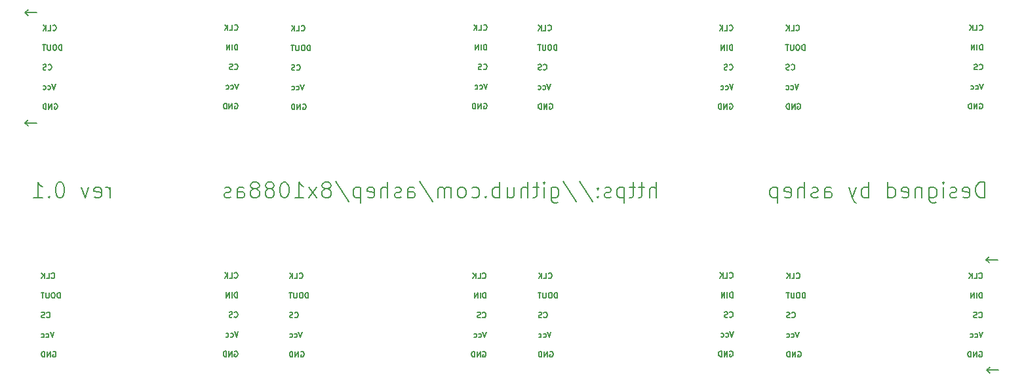
<source format=gbr>
%TF.GenerationSoftware,KiCad,Pcbnew,8.0.6*%
%TF.CreationDate,2024-11-17T13:24:28+02:00*%
%TF.ProjectId,1088as,31303838-6173-42e6-9b69-6361645f7063,rev?*%
%TF.SameCoordinates,PX4b9ebbdPY7add530*%
%TF.FileFunction,Legend,Bot*%
%TF.FilePolarity,Positive*%
%FSLAX46Y46*%
G04 Gerber Fmt 4.6, Leading zero omitted, Abs format (unit mm)*
G04 Created by KiCad (PCBNEW 8.0.6) date 2024-11-17 13:24:28*
%MOMM*%
%LPD*%
G01*
G04 APERTURE LIST*
%ADD10C,0.200000*%
%ADD11C,0.150000*%
G04 APERTURE END LIST*
D10*
X2690378Y55169867D02*
X1166568Y55169867D01*
X1547520Y54788915D02*
X1166568Y55169867D01*
X1166568Y55169867D02*
X1547520Y55550820D01*
X12143031Y31243162D02*
X12143031Y32576496D01*
X12143031Y32195543D02*
X12047793Y32386020D01*
X12047793Y32386020D02*
X11952555Y32481258D01*
X11952555Y32481258D02*
X11762079Y32576496D01*
X11762079Y32576496D02*
X11571602Y32576496D01*
X10143031Y31338400D02*
X10333507Y31243162D01*
X10333507Y31243162D02*
X10714460Y31243162D01*
X10714460Y31243162D02*
X10904936Y31338400D01*
X10904936Y31338400D02*
X11000174Y31528877D01*
X11000174Y31528877D02*
X11000174Y32290781D01*
X11000174Y32290781D02*
X10904936Y32481258D01*
X10904936Y32481258D02*
X10714460Y32576496D01*
X10714460Y32576496D02*
X10333507Y32576496D01*
X10333507Y32576496D02*
X10143031Y32481258D01*
X10143031Y32481258D02*
X10047793Y32290781D01*
X10047793Y32290781D02*
X10047793Y32100305D01*
X10047793Y32100305D02*
X11000174Y31909829D01*
X9381126Y32576496D02*
X8904936Y31243162D01*
X8904936Y31243162D02*
X8428745Y32576496D01*
X5762078Y33243162D02*
X5571601Y33243162D01*
X5571601Y33243162D02*
X5381125Y33147924D01*
X5381125Y33147924D02*
X5285887Y33052686D01*
X5285887Y33052686D02*
X5190649Y32862210D01*
X5190649Y32862210D02*
X5095411Y32481258D01*
X5095411Y32481258D02*
X5095411Y32005067D01*
X5095411Y32005067D02*
X5190649Y31624115D01*
X5190649Y31624115D02*
X5285887Y31433639D01*
X5285887Y31433639D02*
X5381125Y31338400D01*
X5381125Y31338400D02*
X5571601Y31243162D01*
X5571601Y31243162D02*
X5762078Y31243162D01*
X5762078Y31243162D02*
X5952554Y31338400D01*
X5952554Y31338400D02*
X6047792Y31433639D01*
X6047792Y31433639D02*
X6143030Y31624115D01*
X6143030Y31624115D02*
X6238268Y32005067D01*
X6238268Y32005067D02*
X6238268Y32481258D01*
X6238268Y32481258D02*
X6143030Y32862210D01*
X6143030Y32862210D02*
X6047792Y33052686D01*
X6047792Y33052686D02*
X5952554Y33147924D01*
X5952554Y33147924D02*
X5762078Y33243162D01*
X4238268Y31433639D02*
X4143030Y31338400D01*
X4143030Y31338400D02*
X4238268Y31243162D01*
X4238268Y31243162D02*
X4333506Y31338400D01*
X4333506Y31338400D02*
X4238268Y31433639D01*
X4238268Y31433639D02*
X4238268Y31243162D01*
X2238268Y31243162D02*
X3381125Y31243162D01*
X2809697Y31243162D02*
X2809697Y33243162D01*
X2809697Y33243162D02*
X3000173Y32957448D01*
X3000173Y32957448D02*
X3190649Y32766972D01*
X3190649Y32766972D02*
X3381125Y32671734D01*
X82654850Y31243162D02*
X82654850Y33243162D01*
X81797707Y31243162D02*
X81797707Y32290781D01*
X81797707Y32290781D02*
X81892945Y32481258D01*
X81892945Y32481258D02*
X82083421Y32576496D01*
X82083421Y32576496D02*
X82369136Y32576496D01*
X82369136Y32576496D02*
X82559612Y32481258D01*
X82559612Y32481258D02*
X82654850Y32386020D01*
X81131040Y32576496D02*
X80369136Y32576496D01*
X80845326Y33243162D02*
X80845326Y31528877D01*
X80845326Y31528877D02*
X80750088Y31338400D01*
X80750088Y31338400D02*
X80559612Y31243162D01*
X80559612Y31243162D02*
X80369136Y31243162D01*
X79988183Y32576496D02*
X79226279Y32576496D01*
X79702469Y33243162D02*
X79702469Y31528877D01*
X79702469Y31528877D02*
X79607231Y31338400D01*
X79607231Y31338400D02*
X79416755Y31243162D01*
X79416755Y31243162D02*
X79226279Y31243162D01*
X78559612Y32576496D02*
X78559612Y30576496D01*
X78559612Y32481258D02*
X78369136Y32576496D01*
X78369136Y32576496D02*
X77988183Y32576496D01*
X77988183Y32576496D02*
X77797707Y32481258D01*
X77797707Y32481258D02*
X77702469Y32386020D01*
X77702469Y32386020D02*
X77607231Y32195543D01*
X77607231Y32195543D02*
X77607231Y31624115D01*
X77607231Y31624115D02*
X77702469Y31433639D01*
X77702469Y31433639D02*
X77797707Y31338400D01*
X77797707Y31338400D02*
X77988183Y31243162D01*
X77988183Y31243162D02*
X78369136Y31243162D01*
X78369136Y31243162D02*
X78559612Y31338400D01*
X76845326Y31338400D02*
X76654850Y31243162D01*
X76654850Y31243162D02*
X76273898Y31243162D01*
X76273898Y31243162D02*
X76083421Y31338400D01*
X76083421Y31338400D02*
X75988183Y31528877D01*
X75988183Y31528877D02*
X75988183Y31624115D01*
X75988183Y31624115D02*
X76083421Y31814591D01*
X76083421Y31814591D02*
X76273898Y31909829D01*
X76273898Y31909829D02*
X76559612Y31909829D01*
X76559612Y31909829D02*
X76750088Y32005067D01*
X76750088Y32005067D02*
X76845326Y32195543D01*
X76845326Y32195543D02*
X76845326Y32290781D01*
X76845326Y32290781D02*
X76750088Y32481258D01*
X76750088Y32481258D02*
X76559612Y32576496D01*
X76559612Y32576496D02*
X76273898Y32576496D01*
X76273898Y32576496D02*
X76083421Y32481258D01*
X75131040Y31433639D02*
X75035802Y31338400D01*
X75035802Y31338400D02*
X75131040Y31243162D01*
X75131040Y31243162D02*
X75226278Y31338400D01*
X75226278Y31338400D02*
X75131040Y31433639D01*
X75131040Y31433639D02*
X75131040Y31243162D01*
X75131040Y32481258D02*
X75035802Y32386020D01*
X75035802Y32386020D02*
X75131040Y32290781D01*
X75131040Y32290781D02*
X75226278Y32386020D01*
X75226278Y32386020D02*
X75131040Y32481258D01*
X75131040Y32481258D02*
X75131040Y32290781D01*
X72750088Y33338400D02*
X74464373Y30766972D01*
X70654850Y33338400D02*
X72369135Y30766972D01*
X69131040Y32576496D02*
X69131040Y30957448D01*
X69131040Y30957448D02*
X69226278Y30766972D01*
X69226278Y30766972D02*
X69321516Y30671734D01*
X69321516Y30671734D02*
X69511993Y30576496D01*
X69511993Y30576496D02*
X69797707Y30576496D01*
X69797707Y30576496D02*
X69988183Y30671734D01*
X69131040Y31338400D02*
X69321516Y31243162D01*
X69321516Y31243162D02*
X69702469Y31243162D01*
X69702469Y31243162D02*
X69892945Y31338400D01*
X69892945Y31338400D02*
X69988183Y31433639D01*
X69988183Y31433639D02*
X70083421Y31624115D01*
X70083421Y31624115D02*
X70083421Y32195543D01*
X70083421Y32195543D02*
X69988183Y32386020D01*
X69988183Y32386020D02*
X69892945Y32481258D01*
X69892945Y32481258D02*
X69702469Y32576496D01*
X69702469Y32576496D02*
X69321516Y32576496D01*
X69321516Y32576496D02*
X69131040Y32481258D01*
X68178659Y31243162D02*
X68178659Y32576496D01*
X68178659Y33243162D02*
X68273897Y33147924D01*
X68273897Y33147924D02*
X68178659Y33052686D01*
X68178659Y33052686D02*
X68083421Y33147924D01*
X68083421Y33147924D02*
X68178659Y33243162D01*
X68178659Y33243162D02*
X68178659Y33052686D01*
X67511992Y32576496D02*
X66750088Y32576496D01*
X67226278Y33243162D02*
X67226278Y31528877D01*
X67226278Y31528877D02*
X67131040Y31338400D01*
X67131040Y31338400D02*
X66940564Y31243162D01*
X66940564Y31243162D02*
X66750088Y31243162D01*
X66083421Y31243162D02*
X66083421Y33243162D01*
X65226278Y31243162D02*
X65226278Y32290781D01*
X65226278Y32290781D02*
X65321516Y32481258D01*
X65321516Y32481258D02*
X65511992Y32576496D01*
X65511992Y32576496D02*
X65797707Y32576496D01*
X65797707Y32576496D02*
X65988183Y32481258D01*
X65988183Y32481258D02*
X66083421Y32386020D01*
X63416754Y32576496D02*
X63416754Y31243162D01*
X64273897Y32576496D02*
X64273897Y31528877D01*
X64273897Y31528877D02*
X64178659Y31338400D01*
X64178659Y31338400D02*
X63988183Y31243162D01*
X63988183Y31243162D02*
X63702468Y31243162D01*
X63702468Y31243162D02*
X63511992Y31338400D01*
X63511992Y31338400D02*
X63416754Y31433639D01*
X62464373Y31243162D02*
X62464373Y33243162D01*
X62464373Y32481258D02*
X62273897Y32576496D01*
X62273897Y32576496D02*
X61892944Y32576496D01*
X61892944Y32576496D02*
X61702468Y32481258D01*
X61702468Y32481258D02*
X61607230Y32386020D01*
X61607230Y32386020D02*
X61511992Y32195543D01*
X61511992Y32195543D02*
X61511992Y31624115D01*
X61511992Y31624115D02*
X61607230Y31433639D01*
X61607230Y31433639D02*
X61702468Y31338400D01*
X61702468Y31338400D02*
X61892944Y31243162D01*
X61892944Y31243162D02*
X62273897Y31243162D01*
X62273897Y31243162D02*
X62464373Y31338400D01*
X60654849Y31433639D02*
X60559611Y31338400D01*
X60559611Y31338400D02*
X60654849Y31243162D01*
X60654849Y31243162D02*
X60750087Y31338400D01*
X60750087Y31338400D02*
X60654849Y31433639D01*
X60654849Y31433639D02*
X60654849Y31243162D01*
X58845325Y31338400D02*
X59035801Y31243162D01*
X59035801Y31243162D02*
X59416754Y31243162D01*
X59416754Y31243162D02*
X59607230Y31338400D01*
X59607230Y31338400D02*
X59702468Y31433639D01*
X59702468Y31433639D02*
X59797706Y31624115D01*
X59797706Y31624115D02*
X59797706Y32195543D01*
X59797706Y32195543D02*
X59702468Y32386020D01*
X59702468Y32386020D02*
X59607230Y32481258D01*
X59607230Y32481258D02*
X59416754Y32576496D01*
X59416754Y32576496D02*
X59035801Y32576496D01*
X59035801Y32576496D02*
X58845325Y32481258D01*
X57702468Y31243162D02*
X57892944Y31338400D01*
X57892944Y31338400D02*
X57988182Y31433639D01*
X57988182Y31433639D02*
X58083420Y31624115D01*
X58083420Y31624115D02*
X58083420Y32195543D01*
X58083420Y32195543D02*
X57988182Y32386020D01*
X57988182Y32386020D02*
X57892944Y32481258D01*
X57892944Y32481258D02*
X57702468Y32576496D01*
X57702468Y32576496D02*
X57416753Y32576496D01*
X57416753Y32576496D02*
X57226277Y32481258D01*
X57226277Y32481258D02*
X57131039Y32386020D01*
X57131039Y32386020D02*
X57035801Y32195543D01*
X57035801Y32195543D02*
X57035801Y31624115D01*
X57035801Y31624115D02*
X57131039Y31433639D01*
X57131039Y31433639D02*
X57226277Y31338400D01*
X57226277Y31338400D02*
X57416753Y31243162D01*
X57416753Y31243162D02*
X57702468Y31243162D01*
X56178658Y31243162D02*
X56178658Y32576496D01*
X56178658Y32386020D02*
X56083420Y32481258D01*
X56083420Y32481258D02*
X55892944Y32576496D01*
X55892944Y32576496D02*
X55607229Y32576496D01*
X55607229Y32576496D02*
X55416753Y32481258D01*
X55416753Y32481258D02*
X55321515Y32290781D01*
X55321515Y32290781D02*
X55321515Y31243162D01*
X55321515Y32290781D02*
X55226277Y32481258D01*
X55226277Y32481258D02*
X55035801Y32576496D01*
X55035801Y32576496D02*
X54750087Y32576496D01*
X54750087Y32576496D02*
X54559610Y32481258D01*
X54559610Y32481258D02*
X54464372Y32290781D01*
X54464372Y32290781D02*
X54464372Y31243162D01*
X52083420Y33338400D02*
X53797705Y30766972D01*
X50559610Y31243162D02*
X50559610Y32290781D01*
X50559610Y32290781D02*
X50654848Y32481258D01*
X50654848Y32481258D02*
X50845324Y32576496D01*
X50845324Y32576496D02*
X51226277Y32576496D01*
X51226277Y32576496D02*
X51416753Y32481258D01*
X50559610Y31338400D02*
X50750086Y31243162D01*
X50750086Y31243162D02*
X51226277Y31243162D01*
X51226277Y31243162D02*
X51416753Y31338400D01*
X51416753Y31338400D02*
X51511991Y31528877D01*
X51511991Y31528877D02*
X51511991Y31719353D01*
X51511991Y31719353D02*
X51416753Y31909829D01*
X51416753Y31909829D02*
X51226277Y32005067D01*
X51226277Y32005067D02*
X50750086Y32005067D01*
X50750086Y32005067D02*
X50559610Y32100305D01*
X49702467Y31338400D02*
X49511991Y31243162D01*
X49511991Y31243162D02*
X49131039Y31243162D01*
X49131039Y31243162D02*
X48940562Y31338400D01*
X48940562Y31338400D02*
X48845324Y31528877D01*
X48845324Y31528877D02*
X48845324Y31624115D01*
X48845324Y31624115D02*
X48940562Y31814591D01*
X48940562Y31814591D02*
X49131039Y31909829D01*
X49131039Y31909829D02*
X49416753Y31909829D01*
X49416753Y31909829D02*
X49607229Y32005067D01*
X49607229Y32005067D02*
X49702467Y32195543D01*
X49702467Y32195543D02*
X49702467Y32290781D01*
X49702467Y32290781D02*
X49607229Y32481258D01*
X49607229Y32481258D02*
X49416753Y32576496D01*
X49416753Y32576496D02*
X49131039Y32576496D01*
X49131039Y32576496D02*
X48940562Y32481258D01*
X47988181Y31243162D02*
X47988181Y33243162D01*
X47131038Y31243162D02*
X47131038Y32290781D01*
X47131038Y32290781D02*
X47226276Y32481258D01*
X47226276Y32481258D02*
X47416752Y32576496D01*
X47416752Y32576496D02*
X47702467Y32576496D01*
X47702467Y32576496D02*
X47892943Y32481258D01*
X47892943Y32481258D02*
X47988181Y32386020D01*
X45416752Y31338400D02*
X45607228Y31243162D01*
X45607228Y31243162D02*
X45988181Y31243162D01*
X45988181Y31243162D02*
X46178657Y31338400D01*
X46178657Y31338400D02*
X46273895Y31528877D01*
X46273895Y31528877D02*
X46273895Y32290781D01*
X46273895Y32290781D02*
X46178657Y32481258D01*
X46178657Y32481258D02*
X45988181Y32576496D01*
X45988181Y32576496D02*
X45607228Y32576496D01*
X45607228Y32576496D02*
X45416752Y32481258D01*
X45416752Y32481258D02*
X45321514Y32290781D01*
X45321514Y32290781D02*
X45321514Y32100305D01*
X45321514Y32100305D02*
X46273895Y31909829D01*
X44464371Y32576496D02*
X44464371Y30576496D01*
X44464371Y32481258D02*
X44273895Y32576496D01*
X44273895Y32576496D02*
X43892942Y32576496D01*
X43892942Y32576496D02*
X43702466Y32481258D01*
X43702466Y32481258D02*
X43607228Y32386020D01*
X43607228Y32386020D02*
X43511990Y32195543D01*
X43511990Y32195543D02*
X43511990Y31624115D01*
X43511990Y31624115D02*
X43607228Y31433639D01*
X43607228Y31433639D02*
X43702466Y31338400D01*
X43702466Y31338400D02*
X43892942Y31243162D01*
X43892942Y31243162D02*
X44273895Y31243162D01*
X44273895Y31243162D02*
X44464371Y31338400D01*
X41226276Y33338400D02*
X42940561Y30766972D01*
X40273895Y32386020D02*
X40464371Y32481258D01*
X40464371Y32481258D02*
X40559609Y32576496D01*
X40559609Y32576496D02*
X40654847Y32766972D01*
X40654847Y32766972D02*
X40654847Y32862210D01*
X40654847Y32862210D02*
X40559609Y33052686D01*
X40559609Y33052686D02*
X40464371Y33147924D01*
X40464371Y33147924D02*
X40273895Y33243162D01*
X40273895Y33243162D02*
X39892942Y33243162D01*
X39892942Y33243162D02*
X39702466Y33147924D01*
X39702466Y33147924D02*
X39607228Y33052686D01*
X39607228Y33052686D02*
X39511990Y32862210D01*
X39511990Y32862210D02*
X39511990Y32766972D01*
X39511990Y32766972D02*
X39607228Y32576496D01*
X39607228Y32576496D02*
X39702466Y32481258D01*
X39702466Y32481258D02*
X39892942Y32386020D01*
X39892942Y32386020D02*
X40273895Y32386020D01*
X40273895Y32386020D02*
X40464371Y32290781D01*
X40464371Y32290781D02*
X40559609Y32195543D01*
X40559609Y32195543D02*
X40654847Y32005067D01*
X40654847Y32005067D02*
X40654847Y31624115D01*
X40654847Y31624115D02*
X40559609Y31433639D01*
X40559609Y31433639D02*
X40464371Y31338400D01*
X40464371Y31338400D02*
X40273895Y31243162D01*
X40273895Y31243162D02*
X39892942Y31243162D01*
X39892942Y31243162D02*
X39702466Y31338400D01*
X39702466Y31338400D02*
X39607228Y31433639D01*
X39607228Y31433639D02*
X39511990Y31624115D01*
X39511990Y31624115D02*
X39511990Y32005067D01*
X39511990Y32005067D02*
X39607228Y32195543D01*
X39607228Y32195543D02*
X39702466Y32290781D01*
X39702466Y32290781D02*
X39892942Y32386020D01*
X38845323Y31243162D02*
X37797704Y32576496D01*
X38845323Y32576496D02*
X37797704Y31243162D01*
X35988180Y31243162D02*
X37131037Y31243162D01*
X36559609Y31243162D02*
X36559609Y33243162D01*
X36559609Y33243162D02*
X36750085Y32957448D01*
X36750085Y32957448D02*
X36940561Y32766972D01*
X36940561Y32766972D02*
X37131037Y32671734D01*
X34750085Y33243162D02*
X34559608Y33243162D01*
X34559608Y33243162D02*
X34369132Y33147924D01*
X34369132Y33147924D02*
X34273894Y33052686D01*
X34273894Y33052686D02*
X34178656Y32862210D01*
X34178656Y32862210D02*
X34083418Y32481258D01*
X34083418Y32481258D02*
X34083418Y32005067D01*
X34083418Y32005067D02*
X34178656Y31624115D01*
X34178656Y31624115D02*
X34273894Y31433639D01*
X34273894Y31433639D02*
X34369132Y31338400D01*
X34369132Y31338400D02*
X34559608Y31243162D01*
X34559608Y31243162D02*
X34750085Y31243162D01*
X34750085Y31243162D02*
X34940561Y31338400D01*
X34940561Y31338400D02*
X35035799Y31433639D01*
X35035799Y31433639D02*
X35131037Y31624115D01*
X35131037Y31624115D02*
X35226275Y32005067D01*
X35226275Y32005067D02*
X35226275Y32481258D01*
X35226275Y32481258D02*
X35131037Y32862210D01*
X35131037Y32862210D02*
X35035799Y33052686D01*
X35035799Y33052686D02*
X34940561Y33147924D01*
X34940561Y33147924D02*
X34750085Y33243162D01*
X32940561Y32386020D02*
X33131037Y32481258D01*
X33131037Y32481258D02*
X33226275Y32576496D01*
X33226275Y32576496D02*
X33321513Y32766972D01*
X33321513Y32766972D02*
X33321513Y32862210D01*
X33321513Y32862210D02*
X33226275Y33052686D01*
X33226275Y33052686D02*
X33131037Y33147924D01*
X33131037Y33147924D02*
X32940561Y33243162D01*
X32940561Y33243162D02*
X32559608Y33243162D01*
X32559608Y33243162D02*
X32369132Y33147924D01*
X32369132Y33147924D02*
X32273894Y33052686D01*
X32273894Y33052686D02*
X32178656Y32862210D01*
X32178656Y32862210D02*
X32178656Y32766972D01*
X32178656Y32766972D02*
X32273894Y32576496D01*
X32273894Y32576496D02*
X32369132Y32481258D01*
X32369132Y32481258D02*
X32559608Y32386020D01*
X32559608Y32386020D02*
X32940561Y32386020D01*
X32940561Y32386020D02*
X33131037Y32290781D01*
X33131037Y32290781D02*
X33226275Y32195543D01*
X33226275Y32195543D02*
X33321513Y32005067D01*
X33321513Y32005067D02*
X33321513Y31624115D01*
X33321513Y31624115D02*
X33226275Y31433639D01*
X33226275Y31433639D02*
X33131037Y31338400D01*
X33131037Y31338400D02*
X32940561Y31243162D01*
X32940561Y31243162D02*
X32559608Y31243162D01*
X32559608Y31243162D02*
X32369132Y31338400D01*
X32369132Y31338400D02*
X32273894Y31433639D01*
X32273894Y31433639D02*
X32178656Y31624115D01*
X32178656Y31624115D02*
X32178656Y32005067D01*
X32178656Y32005067D02*
X32273894Y32195543D01*
X32273894Y32195543D02*
X32369132Y32290781D01*
X32369132Y32290781D02*
X32559608Y32386020D01*
X31035799Y32386020D02*
X31226275Y32481258D01*
X31226275Y32481258D02*
X31321513Y32576496D01*
X31321513Y32576496D02*
X31416751Y32766972D01*
X31416751Y32766972D02*
X31416751Y32862210D01*
X31416751Y32862210D02*
X31321513Y33052686D01*
X31321513Y33052686D02*
X31226275Y33147924D01*
X31226275Y33147924D02*
X31035799Y33243162D01*
X31035799Y33243162D02*
X30654846Y33243162D01*
X30654846Y33243162D02*
X30464370Y33147924D01*
X30464370Y33147924D02*
X30369132Y33052686D01*
X30369132Y33052686D02*
X30273894Y32862210D01*
X30273894Y32862210D02*
X30273894Y32766972D01*
X30273894Y32766972D02*
X30369132Y32576496D01*
X30369132Y32576496D02*
X30464370Y32481258D01*
X30464370Y32481258D02*
X30654846Y32386020D01*
X30654846Y32386020D02*
X31035799Y32386020D01*
X31035799Y32386020D02*
X31226275Y32290781D01*
X31226275Y32290781D02*
X31321513Y32195543D01*
X31321513Y32195543D02*
X31416751Y32005067D01*
X31416751Y32005067D02*
X31416751Y31624115D01*
X31416751Y31624115D02*
X31321513Y31433639D01*
X31321513Y31433639D02*
X31226275Y31338400D01*
X31226275Y31338400D02*
X31035799Y31243162D01*
X31035799Y31243162D02*
X30654846Y31243162D01*
X30654846Y31243162D02*
X30464370Y31338400D01*
X30464370Y31338400D02*
X30369132Y31433639D01*
X30369132Y31433639D02*
X30273894Y31624115D01*
X30273894Y31624115D02*
X30273894Y32005067D01*
X30273894Y32005067D02*
X30369132Y32195543D01*
X30369132Y32195543D02*
X30464370Y32290781D01*
X30464370Y32290781D02*
X30654846Y32386020D01*
X28559608Y31243162D02*
X28559608Y32290781D01*
X28559608Y32290781D02*
X28654846Y32481258D01*
X28654846Y32481258D02*
X28845322Y32576496D01*
X28845322Y32576496D02*
X29226275Y32576496D01*
X29226275Y32576496D02*
X29416751Y32481258D01*
X28559608Y31338400D02*
X28750084Y31243162D01*
X28750084Y31243162D02*
X29226275Y31243162D01*
X29226275Y31243162D02*
X29416751Y31338400D01*
X29416751Y31338400D02*
X29511989Y31528877D01*
X29511989Y31528877D02*
X29511989Y31719353D01*
X29511989Y31719353D02*
X29416751Y31909829D01*
X29416751Y31909829D02*
X29226275Y32005067D01*
X29226275Y32005067D02*
X28750084Y32005067D01*
X28750084Y32005067D02*
X28559608Y32100305D01*
X27702465Y31338400D02*
X27511989Y31243162D01*
X27511989Y31243162D02*
X27131037Y31243162D01*
X27131037Y31243162D02*
X26940560Y31338400D01*
X26940560Y31338400D02*
X26845322Y31528877D01*
X26845322Y31528877D02*
X26845322Y31624115D01*
X26845322Y31624115D02*
X26940560Y31814591D01*
X26940560Y31814591D02*
X27131037Y31909829D01*
X27131037Y31909829D02*
X27416751Y31909829D01*
X27416751Y31909829D02*
X27607227Y32005067D01*
X27607227Y32005067D02*
X27702465Y32195543D01*
X27702465Y32195543D02*
X27702465Y32290781D01*
X27702465Y32290781D02*
X27607227Y32481258D01*
X27607227Y32481258D02*
X27416751Y32576496D01*
X27416751Y32576496D02*
X27131037Y32576496D01*
X27131037Y32576496D02*
X26940560Y32481258D01*
X126794778Y23216667D02*
X125270968Y23216667D01*
X125651920Y22835715D02*
X125270968Y23216667D01*
X125270968Y23216667D02*
X125651920Y23597620D01*
X125071431Y31243162D02*
X125071431Y33243162D01*
X125071431Y33243162D02*
X124595241Y33243162D01*
X124595241Y33243162D02*
X124309526Y33147924D01*
X124309526Y33147924D02*
X124119050Y32957448D01*
X124119050Y32957448D02*
X124023812Y32766972D01*
X124023812Y32766972D02*
X123928574Y32386020D01*
X123928574Y32386020D02*
X123928574Y32100305D01*
X123928574Y32100305D02*
X124023812Y31719353D01*
X124023812Y31719353D02*
X124119050Y31528877D01*
X124119050Y31528877D02*
X124309526Y31338400D01*
X124309526Y31338400D02*
X124595241Y31243162D01*
X124595241Y31243162D02*
X125071431Y31243162D01*
X122309526Y31338400D02*
X122500002Y31243162D01*
X122500002Y31243162D02*
X122880955Y31243162D01*
X122880955Y31243162D02*
X123071431Y31338400D01*
X123071431Y31338400D02*
X123166669Y31528877D01*
X123166669Y31528877D02*
X123166669Y32290781D01*
X123166669Y32290781D02*
X123071431Y32481258D01*
X123071431Y32481258D02*
X122880955Y32576496D01*
X122880955Y32576496D02*
X122500002Y32576496D01*
X122500002Y32576496D02*
X122309526Y32481258D01*
X122309526Y32481258D02*
X122214288Y32290781D01*
X122214288Y32290781D02*
X122214288Y32100305D01*
X122214288Y32100305D02*
X123166669Y31909829D01*
X121452383Y31338400D02*
X121261907Y31243162D01*
X121261907Y31243162D02*
X120880955Y31243162D01*
X120880955Y31243162D02*
X120690478Y31338400D01*
X120690478Y31338400D02*
X120595240Y31528877D01*
X120595240Y31528877D02*
X120595240Y31624115D01*
X120595240Y31624115D02*
X120690478Y31814591D01*
X120690478Y31814591D02*
X120880955Y31909829D01*
X120880955Y31909829D02*
X121166669Y31909829D01*
X121166669Y31909829D02*
X121357145Y32005067D01*
X121357145Y32005067D02*
X121452383Y32195543D01*
X121452383Y32195543D02*
X121452383Y32290781D01*
X121452383Y32290781D02*
X121357145Y32481258D01*
X121357145Y32481258D02*
X121166669Y32576496D01*
X121166669Y32576496D02*
X120880955Y32576496D01*
X120880955Y32576496D02*
X120690478Y32481258D01*
X119738097Y31243162D02*
X119738097Y32576496D01*
X119738097Y33243162D02*
X119833335Y33147924D01*
X119833335Y33147924D02*
X119738097Y33052686D01*
X119738097Y33052686D02*
X119642859Y33147924D01*
X119642859Y33147924D02*
X119738097Y33243162D01*
X119738097Y33243162D02*
X119738097Y33052686D01*
X117928573Y32576496D02*
X117928573Y30957448D01*
X117928573Y30957448D02*
X118023811Y30766972D01*
X118023811Y30766972D02*
X118119049Y30671734D01*
X118119049Y30671734D02*
X118309526Y30576496D01*
X118309526Y30576496D02*
X118595240Y30576496D01*
X118595240Y30576496D02*
X118785716Y30671734D01*
X117928573Y31338400D02*
X118119049Y31243162D01*
X118119049Y31243162D02*
X118500002Y31243162D01*
X118500002Y31243162D02*
X118690478Y31338400D01*
X118690478Y31338400D02*
X118785716Y31433639D01*
X118785716Y31433639D02*
X118880954Y31624115D01*
X118880954Y31624115D02*
X118880954Y32195543D01*
X118880954Y32195543D02*
X118785716Y32386020D01*
X118785716Y32386020D02*
X118690478Y32481258D01*
X118690478Y32481258D02*
X118500002Y32576496D01*
X118500002Y32576496D02*
X118119049Y32576496D01*
X118119049Y32576496D02*
X117928573Y32481258D01*
X116976192Y32576496D02*
X116976192Y31243162D01*
X116976192Y32386020D02*
X116880954Y32481258D01*
X116880954Y32481258D02*
X116690478Y32576496D01*
X116690478Y32576496D02*
X116404763Y32576496D01*
X116404763Y32576496D02*
X116214287Y32481258D01*
X116214287Y32481258D02*
X116119049Y32290781D01*
X116119049Y32290781D02*
X116119049Y31243162D01*
X114404763Y31338400D02*
X114595239Y31243162D01*
X114595239Y31243162D02*
X114976192Y31243162D01*
X114976192Y31243162D02*
X115166668Y31338400D01*
X115166668Y31338400D02*
X115261906Y31528877D01*
X115261906Y31528877D02*
X115261906Y32290781D01*
X115261906Y32290781D02*
X115166668Y32481258D01*
X115166668Y32481258D02*
X114976192Y32576496D01*
X114976192Y32576496D02*
X114595239Y32576496D01*
X114595239Y32576496D02*
X114404763Y32481258D01*
X114404763Y32481258D02*
X114309525Y32290781D01*
X114309525Y32290781D02*
X114309525Y32100305D01*
X114309525Y32100305D02*
X115261906Y31909829D01*
X112595239Y31243162D02*
X112595239Y33243162D01*
X112595239Y31338400D02*
X112785715Y31243162D01*
X112785715Y31243162D02*
X113166668Y31243162D01*
X113166668Y31243162D02*
X113357144Y31338400D01*
X113357144Y31338400D02*
X113452382Y31433639D01*
X113452382Y31433639D02*
X113547620Y31624115D01*
X113547620Y31624115D02*
X113547620Y32195543D01*
X113547620Y32195543D02*
X113452382Y32386020D01*
X113452382Y32386020D02*
X113357144Y32481258D01*
X113357144Y32481258D02*
X113166668Y32576496D01*
X113166668Y32576496D02*
X112785715Y32576496D01*
X112785715Y32576496D02*
X112595239Y32481258D01*
X110119048Y31243162D02*
X110119048Y33243162D01*
X110119048Y32481258D02*
X109928572Y32576496D01*
X109928572Y32576496D02*
X109547619Y32576496D01*
X109547619Y32576496D02*
X109357143Y32481258D01*
X109357143Y32481258D02*
X109261905Y32386020D01*
X109261905Y32386020D02*
X109166667Y32195543D01*
X109166667Y32195543D02*
X109166667Y31624115D01*
X109166667Y31624115D02*
X109261905Y31433639D01*
X109261905Y31433639D02*
X109357143Y31338400D01*
X109357143Y31338400D02*
X109547619Y31243162D01*
X109547619Y31243162D02*
X109928572Y31243162D01*
X109928572Y31243162D02*
X110119048Y31338400D01*
X108500000Y32576496D02*
X108023810Y31243162D01*
X107547619Y32576496D02*
X108023810Y31243162D01*
X108023810Y31243162D02*
X108214286Y30766972D01*
X108214286Y30766972D02*
X108309524Y30671734D01*
X108309524Y30671734D02*
X108500000Y30576496D01*
X104404761Y31243162D02*
X104404761Y32290781D01*
X104404761Y32290781D02*
X104499999Y32481258D01*
X104499999Y32481258D02*
X104690475Y32576496D01*
X104690475Y32576496D02*
X105071428Y32576496D01*
X105071428Y32576496D02*
X105261904Y32481258D01*
X104404761Y31338400D02*
X104595237Y31243162D01*
X104595237Y31243162D02*
X105071428Y31243162D01*
X105071428Y31243162D02*
X105261904Y31338400D01*
X105261904Y31338400D02*
X105357142Y31528877D01*
X105357142Y31528877D02*
X105357142Y31719353D01*
X105357142Y31719353D02*
X105261904Y31909829D01*
X105261904Y31909829D02*
X105071428Y32005067D01*
X105071428Y32005067D02*
X104595237Y32005067D01*
X104595237Y32005067D02*
X104404761Y32100305D01*
X103547618Y31338400D02*
X103357142Y31243162D01*
X103357142Y31243162D02*
X102976190Y31243162D01*
X102976190Y31243162D02*
X102785713Y31338400D01*
X102785713Y31338400D02*
X102690475Y31528877D01*
X102690475Y31528877D02*
X102690475Y31624115D01*
X102690475Y31624115D02*
X102785713Y31814591D01*
X102785713Y31814591D02*
X102976190Y31909829D01*
X102976190Y31909829D02*
X103261904Y31909829D01*
X103261904Y31909829D02*
X103452380Y32005067D01*
X103452380Y32005067D02*
X103547618Y32195543D01*
X103547618Y32195543D02*
X103547618Y32290781D01*
X103547618Y32290781D02*
X103452380Y32481258D01*
X103452380Y32481258D02*
X103261904Y32576496D01*
X103261904Y32576496D02*
X102976190Y32576496D01*
X102976190Y32576496D02*
X102785713Y32481258D01*
X101833332Y31243162D02*
X101833332Y33243162D01*
X100976189Y31243162D02*
X100976189Y32290781D01*
X100976189Y32290781D02*
X101071427Y32481258D01*
X101071427Y32481258D02*
X101261903Y32576496D01*
X101261903Y32576496D02*
X101547618Y32576496D01*
X101547618Y32576496D02*
X101738094Y32481258D01*
X101738094Y32481258D02*
X101833332Y32386020D01*
X99261903Y31338400D02*
X99452379Y31243162D01*
X99452379Y31243162D02*
X99833332Y31243162D01*
X99833332Y31243162D02*
X100023808Y31338400D01*
X100023808Y31338400D02*
X100119046Y31528877D01*
X100119046Y31528877D02*
X100119046Y32290781D01*
X100119046Y32290781D02*
X100023808Y32481258D01*
X100023808Y32481258D02*
X99833332Y32576496D01*
X99833332Y32576496D02*
X99452379Y32576496D01*
X99452379Y32576496D02*
X99261903Y32481258D01*
X99261903Y32481258D02*
X99166665Y32290781D01*
X99166665Y32290781D02*
X99166665Y32100305D01*
X99166665Y32100305D02*
X100119046Y31909829D01*
X98309522Y32576496D02*
X98309522Y30576496D01*
X98309522Y32481258D02*
X98119046Y32576496D01*
X98119046Y32576496D02*
X97738093Y32576496D01*
X97738093Y32576496D02*
X97547617Y32481258D01*
X97547617Y32481258D02*
X97452379Y32386020D01*
X97452379Y32386020D02*
X97357141Y32195543D01*
X97357141Y32195543D02*
X97357141Y31624115D01*
X97357141Y31624115D02*
X97452379Y31433639D01*
X97452379Y31433639D02*
X97547617Y31338400D01*
X97547617Y31338400D02*
X97738093Y31243162D01*
X97738093Y31243162D02*
X98119046Y31243162D01*
X98119046Y31243162D02*
X98309522Y31338400D01*
X126896378Y8941867D02*
X125372568Y8941867D01*
X125753520Y8560915D02*
X125372568Y8941867D01*
X125372568Y8941867D02*
X125753520Y9322820D01*
X2690378Y40895067D02*
X1166568Y40895067D01*
X1547520Y40514115D02*
X1166568Y40895067D01*
X1166568Y40895067D02*
X1547520Y41276020D01*
D11*
X36919600Y13896768D02*
X36686267Y13196768D01*
X36686267Y13196768D02*
X36452933Y13896768D01*
X35919600Y13230101D02*
X35986267Y13196768D01*
X35986267Y13196768D02*
X36119600Y13196768D01*
X36119600Y13196768D02*
X36186267Y13230101D01*
X36186267Y13230101D02*
X36219600Y13263435D01*
X36219600Y13263435D02*
X36252933Y13330101D01*
X36252933Y13330101D02*
X36252933Y13530101D01*
X36252933Y13530101D02*
X36219600Y13596768D01*
X36219600Y13596768D02*
X36186267Y13630101D01*
X36186267Y13630101D02*
X36119600Y13663435D01*
X36119600Y13663435D02*
X35986267Y13663435D01*
X35986267Y13663435D02*
X35919600Y13630101D01*
X35319600Y13230101D02*
X35386267Y13196768D01*
X35386267Y13196768D02*
X35519600Y13196768D01*
X35519600Y13196768D02*
X35586267Y13230101D01*
X35586267Y13230101D02*
X35619600Y13263435D01*
X35619600Y13263435D02*
X35652933Y13330101D01*
X35652933Y13330101D02*
X35652933Y13530101D01*
X35652933Y13530101D02*
X35619600Y13596768D01*
X35619600Y13596768D02*
X35586267Y13630101D01*
X35586267Y13630101D02*
X35519600Y13663435D01*
X35519600Y13663435D02*
X35386267Y13663435D01*
X35386267Y13663435D02*
X35319600Y13630101D01*
X92143199Y20934233D02*
X92176532Y20900899D01*
X92176532Y20900899D02*
X92276532Y20867566D01*
X92276532Y20867566D02*
X92343199Y20867566D01*
X92343199Y20867566D02*
X92443199Y20900899D01*
X92443199Y20900899D02*
X92509866Y20967566D01*
X92509866Y20967566D02*
X92543199Y21034233D01*
X92543199Y21034233D02*
X92576532Y21167566D01*
X92576532Y21167566D02*
X92576532Y21267566D01*
X92576532Y21267566D02*
X92543199Y21400899D01*
X92543199Y21400899D02*
X92509866Y21467566D01*
X92509866Y21467566D02*
X92443199Y21534233D01*
X92443199Y21534233D02*
X92343199Y21567566D01*
X92343199Y21567566D02*
X92276532Y21567566D01*
X92276532Y21567566D02*
X92176532Y21534233D01*
X92176532Y21534233D02*
X92143199Y21500899D01*
X91509866Y20867566D02*
X91843199Y20867566D01*
X91843199Y20867566D02*
X91843199Y21567566D01*
X91276532Y20867566D02*
X91276532Y21567566D01*
X90876532Y20867566D02*
X91176532Y21267566D01*
X90876532Y21567566D02*
X91276532Y21167566D01*
X4952932Y43378234D02*
X5019599Y43411567D01*
X5019599Y43411567D02*
X5119599Y43411567D01*
X5119599Y43411567D02*
X5219599Y43378234D01*
X5219599Y43378234D02*
X5286266Y43311567D01*
X5286266Y43311567D02*
X5319599Y43244900D01*
X5319599Y43244900D02*
X5352932Y43111567D01*
X5352932Y43111567D02*
X5352932Y43011567D01*
X5352932Y43011567D02*
X5319599Y42878234D01*
X5319599Y42878234D02*
X5286266Y42811567D01*
X5286266Y42811567D02*
X5219599Y42744900D01*
X5219599Y42744900D02*
X5119599Y42711567D01*
X5119599Y42711567D02*
X5052932Y42711567D01*
X5052932Y42711567D02*
X4952932Y42744900D01*
X4952932Y42744900D02*
X4919599Y42778234D01*
X4919599Y42778234D02*
X4919599Y43011567D01*
X4919599Y43011567D02*
X5052932Y43011567D01*
X4619599Y42711567D02*
X4619599Y43411567D01*
X4619599Y43411567D02*
X4219599Y42711567D01*
X4219599Y42711567D02*
X4219599Y43411567D01*
X3886266Y42711567D02*
X3886266Y43411567D01*
X3886266Y43411567D02*
X3719599Y43411567D01*
X3719599Y43411567D02*
X3619599Y43378234D01*
X3619599Y43378234D02*
X3552933Y43311567D01*
X3552933Y43311567D02*
X3519599Y43244900D01*
X3519599Y43244900D02*
X3486266Y43111567D01*
X3486266Y43111567D02*
X3486266Y43011567D01*
X3486266Y43011567D02*
X3519599Y42878234D01*
X3519599Y42878234D02*
X3552933Y42811567D01*
X3552933Y42811567D02*
X3619599Y42744900D01*
X3619599Y42744900D02*
X3719599Y42711567D01*
X3719599Y42711567D02*
X3886266Y42711567D01*
X69825198Y50331567D02*
X69825198Y51031567D01*
X69825198Y51031567D02*
X69658531Y51031567D01*
X69658531Y51031567D02*
X69558531Y50998234D01*
X69558531Y50998234D02*
X69491865Y50931567D01*
X69491865Y50931567D02*
X69458531Y50864900D01*
X69458531Y50864900D02*
X69425198Y50731567D01*
X69425198Y50731567D02*
X69425198Y50631567D01*
X69425198Y50631567D02*
X69458531Y50498234D01*
X69458531Y50498234D02*
X69491865Y50431567D01*
X69491865Y50431567D02*
X69558531Y50364900D01*
X69558531Y50364900D02*
X69658531Y50331567D01*
X69658531Y50331567D02*
X69825198Y50331567D01*
X68991865Y51031567D02*
X68858531Y51031567D01*
X68858531Y51031567D02*
X68791865Y50998234D01*
X68791865Y50998234D02*
X68725198Y50931567D01*
X68725198Y50931567D02*
X68691865Y50798234D01*
X68691865Y50798234D02*
X68691865Y50564900D01*
X68691865Y50564900D02*
X68725198Y50431567D01*
X68725198Y50431567D02*
X68791865Y50364900D01*
X68791865Y50364900D02*
X68858531Y50331567D01*
X68858531Y50331567D02*
X68991865Y50331567D01*
X68991865Y50331567D02*
X69058531Y50364900D01*
X69058531Y50364900D02*
X69125198Y50431567D01*
X69125198Y50431567D02*
X69158531Y50564900D01*
X69158531Y50564900D02*
X69158531Y50798234D01*
X69158531Y50798234D02*
X69125198Y50931567D01*
X69125198Y50931567D02*
X69058531Y50998234D01*
X69058531Y50998234D02*
X68991865Y51031567D01*
X68391865Y51031567D02*
X68391865Y50464900D01*
X68391865Y50464900D02*
X68358532Y50398234D01*
X68358532Y50398234D02*
X68325198Y50364900D01*
X68325198Y50364900D02*
X68258532Y50331567D01*
X68258532Y50331567D02*
X68125198Y50331567D01*
X68125198Y50331567D02*
X68058532Y50364900D01*
X68058532Y50364900D02*
X68025198Y50398234D01*
X68025198Y50398234D02*
X67991865Y50464900D01*
X67991865Y50464900D02*
X67991865Y51031567D01*
X67758532Y51031567D02*
X67358532Y51031567D01*
X67558532Y50331567D02*
X67558532Y51031567D01*
X68942665Y11323435D02*
X69009332Y11356768D01*
X69009332Y11356768D02*
X69109332Y11356768D01*
X69109332Y11356768D02*
X69209332Y11323435D01*
X69209332Y11323435D02*
X69275999Y11256768D01*
X69275999Y11256768D02*
X69309332Y11190101D01*
X69309332Y11190101D02*
X69342665Y11056768D01*
X69342665Y11056768D02*
X69342665Y10956768D01*
X69342665Y10956768D02*
X69309332Y10823435D01*
X69309332Y10823435D02*
X69275999Y10756768D01*
X69275999Y10756768D02*
X69209332Y10690101D01*
X69209332Y10690101D02*
X69109332Y10656768D01*
X69109332Y10656768D02*
X69042665Y10656768D01*
X69042665Y10656768D02*
X68942665Y10690101D01*
X68942665Y10690101D02*
X68909332Y10723435D01*
X68909332Y10723435D02*
X68909332Y10956768D01*
X68909332Y10956768D02*
X69042665Y10956768D01*
X68609332Y10656768D02*
X68609332Y11356768D01*
X68609332Y11356768D02*
X68209332Y10656768D01*
X68209332Y10656768D02*
X68209332Y11356768D01*
X67875999Y10656768D02*
X67875999Y11356768D01*
X67875999Y11356768D02*
X67709332Y11356768D01*
X67709332Y11356768D02*
X67609332Y11323435D01*
X67609332Y11323435D02*
X67542666Y11256768D01*
X67542666Y11256768D02*
X67509332Y11190101D01*
X67509332Y11190101D02*
X67475999Y11056768D01*
X67475999Y11056768D02*
X67475999Y10956768D01*
X67475999Y10956768D02*
X67509332Y10823435D01*
X67509332Y10823435D02*
X67542666Y10756768D01*
X67542666Y10756768D02*
X67609332Y10690101D01*
X67609332Y10690101D02*
X67709332Y10656768D01*
X67709332Y10656768D02*
X67875999Y10656768D01*
X69875998Y18276767D02*
X69875998Y18976767D01*
X69875998Y18976767D02*
X69709331Y18976767D01*
X69709331Y18976767D02*
X69609331Y18943434D01*
X69609331Y18943434D02*
X69542665Y18876767D01*
X69542665Y18876767D02*
X69509331Y18810100D01*
X69509331Y18810100D02*
X69475998Y18676767D01*
X69475998Y18676767D02*
X69475998Y18576767D01*
X69475998Y18576767D02*
X69509331Y18443434D01*
X69509331Y18443434D02*
X69542665Y18376767D01*
X69542665Y18376767D02*
X69609331Y18310100D01*
X69609331Y18310100D02*
X69709331Y18276767D01*
X69709331Y18276767D02*
X69875998Y18276767D01*
X69042665Y18976767D02*
X68909331Y18976767D01*
X68909331Y18976767D02*
X68842665Y18943434D01*
X68842665Y18943434D02*
X68775998Y18876767D01*
X68775998Y18876767D02*
X68742665Y18743434D01*
X68742665Y18743434D02*
X68742665Y18510100D01*
X68742665Y18510100D02*
X68775998Y18376767D01*
X68775998Y18376767D02*
X68842665Y18310100D01*
X68842665Y18310100D02*
X68909331Y18276767D01*
X68909331Y18276767D02*
X69042665Y18276767D01*
X69042665Y18276767D02*
X69109331Y18310100D01*
X69109331Y18310100D02*
X69175998Y18376767D01*
X69175998Y18376767D02*
X69209331Y18510100D01*
X69209331Y18510100D02*
X69209331Y18743434D01*
X69209331Y18743434D02*
X69175998Y18876767D01*
X69175998Y18876767D02*
X69109331Y18943434D01*
X69109331Y18943434D02*
X69042665Y18976767D01*
X68442665Y18976767D02*
X68442665Y18410100D01*
X68442665Y18410100D02*
X68409332Y18343434D01*
X68409332Y18343434D02*
X68375998Y18310100D01*
X68375998Y18310100D02*
X68309332Y18276767D01*
X68309332Y18276767D02*
X68175998Y18276767D01*
X68175998Y18276767D02*
X68109332Y18310100D01*
X68109332Y18310100D02*
X68075998Y18343434D01*
X68075998Y18343434D02*
X68042665Y18410100D01*
X68042665Y18410100D02*
X68042665Y18976767D01*
X67809332Y18976767D02*
X67409332Y18976767D01*
X67609332Y18276767D02*
X67609332Y18976767D01*
X124850400Y13896767D02*
X124617067Y13196767D01*
X124617067Y13196767D02*
X124383733Y13896767D01*
X123850400Y13230100D02*
X123917067Y13196767D01*
X123917067Y13196767D02*
X124050400Y13196767D01*
X124050400Y13196767D02*
X124117067Y13230100D01*
X124117067Y13230100D02*
X124150400Y13263434D01*
X124150400Y13263434D02*
X124183733Y13330100D01*
X124183733Y13330100D02*
X124183733Y13530100D01*
X124183733Y13530100D02*
X124150400Y13596767D01*
X124150400Y13596767D02*
X124117067Y13630100D01*
X124117067Y13630100D02*
X124050400Y13663434D01*
X124050400Y13663434D02*
X123917067Y13663434D01*
X123917067Y13663434D02*
X123850400Y13630100D01*
X123250400Y13230100D02*
X123317067Y13196767D01*
X123317067Y13196767D02*
X123450400Y13196767D01*
X123450400Y13196767D02*
X123517067Y13230100D01*
X123517067Y13230100D02*
X123550400Y13263434D01*
X123550400Y13263434D02*
X123583733Y13330100D01*
X123583733Y13330100D02*
X123583733Y13530100D01*
X123583733Y13530100D02*
X123550400Y13596767D01*
X123550400Y13596767D02*
X123517067Y13630100D01*
X123517067Y13630100D02*
X123450400Y13663434D01*
X123450400Y13663434D02*
X123317067Y13663434D01*
X123317067Y13663434D02*
X123250400Y13630100D01*
X92610667Y45940199D02*
X92377334Y45240199D01*
X92377334Y45240199D02*
X92144000Y45940199D01*
X91610667Y45273532D02*
X91677334Y45240199D01*
X91677334Y45240199D02*
X91810667Y45240199D01*
X91810667Y45240199D02*
X91877334Y45273532D01*
X91877334Y45273532D02*
X91910667Y45306866D01*
X91910667Y45306866D02*
X91944000Y45373532D01*
X91944000Y45373532D02*
X91944000Y45573532D01*
X91944000Y45573532D02*
X91910667Y45640199D01*
X91910667Y45640199D02*
X91877334Y45673532D01*
X91877334Y45673532D02*
X91810667Y45706866D01*
X91810667Y45706866D02*
X91677334Y45706866D01*
X91677334Y45706866D02*
X91610667Y45673532D01*
X91010667Y45273532D02*
X91077334Y45240199D01*
X91077334Y45240199D02*
X91210667Y45240199D01*
X91210667Y45240199D02*
X91277334Y45273532D01*
X91277334Y45273532D02*
X91310667Y45306866D01*
X91310667Y45306866D02*
X91344000Y45373532D01*
X91344000Y45373532D02*
X91344000Y45573532D01*
X91344000Y45573532D02*
X91310667Y45640199D01*
X91310667Y45640199D02*
X91277334Y45673532D01*
X91277334Y45673532D02*
X91210667Y45706866D01*
X91210667Y45706866D02*
X91077334Y45706866D01*
X91077334Y45706866D02*
X91010667Y45673532D01*
X68742666Y20883434D02*
X68775999Y20850100D01*
X68775999Y20850100D02*
X68875999Y20816767D01*
X68875999Y20816767D02*
X68942666Y20816767D01*
X68942666Y20816767D02*
X69042666Y20850100D01*
X69042666Y20850100D02*
X69109333Y20916767D01*
X69109333Y20916767D02*
X69142666Y20983434D01*
X69142666Y20983434D02*
X69175999Y21116767D01*
X69175999Y21116767D02*
X69175999Y21216767D01*
X69175999Y21216767D02*
X69142666Y21350100D01*
X69142666Y21350100D02*
X69109333Y21416767D01*
X69109333Y21416767D02*
X69042666Y21483434D01*
X69042666Y21483434D02*
X68942666Y21516767D01*
X68942666Y21516767D02*
X68875999Y21516767D01*
X68875999Y21516767D02*
X68775999Y21483434D01*
X68775999Y21483434D02*
X68742666Y21450100D01*
X68109333Y20816767D02*
X68442666Y20816767D01*
X68442666Y20816767D02*
X68442666Y21516767D01*
X67875999Y20816767D02*
X67875999Y21516767D01*
X67475999Y20816767D02*
X67775999Y21216767D01*
X67475999Y21516767D02*
X67875999Y21116767D01*
X60393999Y43429035D02*
X60460666Y43462368D01*
X60460666Y43462368D02*
X60560666Y43462368D01*
X60560666Y43462368D02*
X60660666Y43429035D01*
X60660666Y43429035D02*
X60727333Y43362368D01*
X60727333Y43362368D02*
X60760666Y43295701D01*
X60760666Y43295701D02*
X60793999Y43162368D01*
X60793999Y43162368D02*
X60793999Y43062368D01*
X60793999Y43062368D02*
X60760666Y42929035D01*
X60760666Y42929035D02*
X60727333Y42862368D01*
X60727333Y42862368D02*
X60660666Y42795701D01*
X60660666Y42795701D02*
X60560666Y42762368D01*
X60560666Y42762368D02*
X60493999Y42762368D01*
X60493999Y42762368D02*
X60393999Y42795701D01*
X60393999Y42795701D02*
X60360666Y42829035D01*
X60360666Y42829035D02*
X60360666Y43062368D01*
X60360666Y43062368D02*
X60493999Y43062368D01*
X60060666Y42762368D02*
X60060666Y43462368D01*
X60060666Y43462368D02*
X59660666Y42762368D01*
X59660666Y42762368D02*
X59660666Y43462368D01*
X59327333Y42762368D02*
X59327333Y43462368D01*
X59327333Y43462368D02*
X59160666Y43462368D01*
X59160666Y43462368D02*
X59060666Y43429035D01*
X59060666Y43429035D02*
X58994000Y43362368D01*
X58994000Y43362368D02*
X58960666Y43295701D01*
X58960666Y43295701D02*
X58927333Y43162368D01*
X58927333Y43162368D02*
X58927333Y43062368D01*
X58927333Y43062368D02*
X58960666Y42929035D01*
X58960666Y42929035D02*
X58994000Y42862368D01*
X58994000Y42862368D02*
X59060666Y42795701D01*
X59060666Y42795701D02*
X59160666Y42762368D01*
X59160666Y42762368D02*
X59327333Y42762368D01*
X4752933Y52938233D02*
X4786266Y52904899D01*
X4786266Y52904899D02*
X4886266Y52871566D01*
X4886266Y52871566D02*
X4952933Y52871566D01*
X4952933Y52871566D02*
X5052933Y52904899D01*
X5052933Y52904899D02*
X5119600Y52971566D01*
X5119600Y52971566D02*
X5152933Y53038233D01*
X5152933Y53038233D02*
X5186266Y53171566D01*
X5186266Y53171566D02*
X5186266Y53271566D01*
X5186266Y53271566D02*
X5152933Y53404899D01*
X5152933Y53404899D02*
X5119600Y53471566D01*
X5119600Y53471566D02*
X5052933Y53538233D01*
X5052933Y53538233D02*
X4952933Y53571566D01*
X4952933Y53571566D02*
X4886266Y53571566D01*
X4886266Y53571566D02*
X4786266Y53538233D01*
X4786266Y53538233D02*
X4752933Y53504899D01*
X4119600Y52871566D02*
X4452933Y52871566D01*
X4452933Y52871566D02*
X4452933Y53571566D01*
X3886266Y52871566D02*
X3886266Y53571566D01*
X3486266Y52871566D02*
X3786266Y53271566D01*
X3486266Y53571566D02*
X3886266Y53171566D01*
X101047467Y45951567D02*
X100814134Y45251567D01*
X100814134Y45251567D02*
X100580800Y45951567D01*
X100047467Y45284900D02*
X100114134Y45251567D01*
X100114134Y45251567D02*
X100247467Y45251567D01*
X100247467Y45251567D02*
X100314134Y45284900D01*
X100314134Y45284900D02*
X100347467Y45318234D01*
X100347467Y45318234D02*
X100380800Y45384900D01*
X100380800Y45384900D02*
X100380800Y45584900D01*
X100380800Y45584900D02*
X100347467Y45651567D01*
X100347467Y45651567D02*
X100314134Y45684900D01*
X100314134Y45684900D02*
X100247467Y45718234D01*
X100247467Y45718234D02*
X100114134Y45718234D01*
X100114134Y45718234D02*
X100047467Y45684900D01*
X99447467Y45284900D02*
X99514134Y45251567D01*
X99514134Y45251567D02*
X99647467Y45251567D01*
X99647467Y45251567D02*
X99714134Y45284900D01*
X99714134Y45284900D02*
X99747467Y45318234D01*
X99747467Y45318234D02*
X99780800Y45384900D01*
X99780800Y45384900D02*
X99780800Y45584900D01*
X99780800Y45584900D02*
X99747467Y45651567D01*
X99747467Y45651567D02*
X99714134Y45684900D01*
X99714134Y45684900D02*
X99647467Y45718234D01*
X99647467Y45718234D02*
X99514134Y45718234D01*
X99514134Y45718234D02*
X99447467Y45684900D01*
X5886265Y50331566D02*
X5886265Y51031566D01*
X5886265Y51031566D02*
X5719598Y51031566D01*
X5719598Y51031566D02*
X5619598Y50998233D01*
X5619598Y50998233D02*
X5552932Y50931566D01*
X5552932Y50931566D02*
X5519598Y50864899D01*
X5519598Y50864899D02*
X5486265Y50731566D01*
X5486265Y50731566D02*
X5486265Y50631566D01*
X5486265Y50631566D02*
X5519598Y50498233D01*
X5519598Y50498233D02*
X5552932Y50431566D01*
X5552932Y50431566D02*
X5619598Y50364899D01*
X5619598Y50364899D02*
X5719598Y50331566D01*
X5719598Y50331566D02*
X5886265Y50331566D01*
X5052932Y51031566D02*
X4919598Y51031566D01*
X4919598Y51031566D02*
X4852932Y50998233D01*
X4852932Y50998233D02*
X4786265Y50931566D01*
X4786265Y50931566D02*
X4752932Y50798233D01*
X4752932Y50798233D02*
X4752932Y50564899D01*
X4752932Y50564899D02*
X4786265Y50431566D01*
X4786265Y50431566D02*
X4852932Y50364899D01*
X4852932Y50364899D02*
X4919598Y50331566D01*
X4919598Y50331566D02*
X5052932Y50331566D01*
X5052932Y50331566D02*
X5119598Y50364899D01*
X5119598Y50364899D02*
X5186265Y50431566D01*
X5186265Y50431566D02*
X5219598Y50564899D01*
X5219598Y50564899D02*
X5219598Y50798233D01*
X5219598Y50798233D02*
X5186265Y50931566D01*
X5186265Y50931566D02*
X5119598Y50998233D01*
X5119598Y50998233D02*
X5052932Y51031566D01*
X4452932Y51031566D02*
X4452932Y50464899D01*
X4452932Y50464899D02*
X4419599Y50398233D01*
X4419599Y50398233D02*
X4386265Y50364899D01*
X4386265Y50364899D02*
X4319599Y50331566D01*
X4319599Y50331566D02*
X4186265Y50331566D01*
X4186265Y50331566D02*
X4119599Y50364899D01*
X4119599Y50364899D02*
X4086265Y50398233D01*
X4086265Y50398233D02*
X4052932Y50464899D01*
X4052932Y50464899D02*
X4052932Y51031566D01*
X3819599Y51031566D02*
X3419599Y51031566D01*
X3619599Y50331566D02*
X3619599Y51031566D01*
X60360666Y47909034D02*
X60393999Y47875700D01*
X60393999Y47875700D02*
X60493999Y47842367D01*
X60493999Y47842367D02*
X60560666Y47842367D01*
X60560666Y47842367D02*
X60660666Y47875700D01*
X60660666Y47875700D02*
X60727333Y47942367D01*
X60727333Y47942367D02*
X60760666Y48009034D01*
X60760666Y48009034D02*
X60793999Y48142367D01*
X60793999Y48142367D02*
X60793999Y48242367D01*
X60793999Y48242367D02*
X60760666Y48375700D01*
X60760666Y48375700D02*
X60727333Y48442367D01*
X60727333Y48442367D02*
X60660666Y48509034D01*
X60660666Y48509034D02*
X60560666Y48542367D01*
X60560666Y48542367D02*
X60493999Y48542367D01*
X60493999Y48542367D02*
X60393999Y48509034D01*
X60393999Y48509034D02*
X60360666Y48475700D01*
X60093999Y47875700D02*
X59993999Y47842367D01*
X59993999Y47842367D02*
X59827333Y47842367D01*
X59827333Y47842367D02*
X59760666Y47875700D01*
X59760666Y47875700D02*
X59727333Y47909034D01*
X59727333Y47909034D02*
X59693999Y47975700D01*
X59693999Y47975700D02*
X59693999Y48042367D01*
X59693999Y48042367D02*
X59727333Y48109034D01*
X59727333Y48109034D02*
X59760666Y48142367D01*
X59760666Y48142367D02*
X59827333Y48175700D01*
X59827333Y48175700D02*
X59960666Y48209034D01*
X59960666Y48209034D02*
X60027333Y48242367D01*
X60027333Y48242367D02*
X60060666Y48275700D01*
X60060666Y48275700D02*
X60093999Y48342367D01*
X60093999Y48342367D02*
X60093999Y48409034D01*
X60093999Y48409034D02*
X60060666Y48475700D01*
X60060666Y48475700D02*
X60027333Y48509034D01*
X60027333Y48509034D02*
X59960666Y48542367D01*
X59960666Y48542367D02*
X59793999Y48542367D01*
X59793999Y48542367D02*
X59693999Y48509034D01*
X68142666Y15803434D02*
X68175999Y15770100D01*
X68175999Y15770100D02*
X68275999Y15736767D01*
X68275999Y15736767D02*
X68342666Y15736767D01*
X68342666Y15736767D02*
X68442666Y15770100D01*
X68442666Y15770100D02*
X68509333Y15836767D01*
X68509333Y15836767D02*
X68542666Y15903434D01*
X68542666Y15903434D02*
X68575999Y16036767D01*
X68575999Y16036767D02*
X68575999Y16136767D01*
X68575999Y16136767D02*
X68542666Y16270100D01*
X68542666Y16270100D02*
X68509333Y16336767D01*
X68509333Y16336767D02*
X68442666Y16403434D01*
X68442666Y16403434D02*
X68342666Y16436767D01*
X68342666Y16436767D02*
X68275999Y16436767D01*
X68275999Y16436767D02*
X68175999Y16403434D01*
X68175999Y16403434D02*
X68142666Y16370100D01*
X67875999Y15770100D02*
X67775999Y15736767D01*
X67775999Y15736767D02*
X67609333Y15736767D01*
X67609333Y15736767D02*
X67542666Y15770100D01*
X67542666Y15770100D02*
X67509333Y15803434D01*
X67509333Y15803434D02*
X67475999Y15870100D01*
X67475999Y15870100D02*
X67475999Y15936767D01*
X67475999Y15936767D02*
X67509333Y16003434D01*
X67509333Y16003434D02*
X67542666Y16036767D01*
X67542666Y16036767D02*
X67609333Y16070100D01*
X67609333Y16070100D02*
X67742666Y16103434D01*
X67742666Y16103434D02*
X67809333Y16136767D01*
X67809333Y16136767D02*
X67842666Y16170100D01*
X67842666Y16170100D02*
X67875999Y16236767D01*
X67875999Y16236767D02*
X67875999Y16303434D01*
X67875999Y16303434D02*
X67842666Y16370100D01*
X67842666Y16370100D02*
X67809333Y16403434D01*
X67809333Y16403434D02*
X67742666Y16436767D01*
X67742666Y16436767D02*
X67575999Y16436767D01*
X67575999Y16436767D02*
X67475999Y16403434D01*
X35986266Y15803434D02*
X36019599Y15770100D01*
X36019599Y15770100D02*
X36119599Y15736767D01*
X36119599Y15736767D02*
X36186266Y15736767D01*
X36186266Y15736767D02*
X36286266Y15770100D01*
X36286266Y15770100D02*
X36352933Y15836767D01*
X36352933Y15836767D02*
X36386266Y15903434D01*
X36386266Y15903434D02*
X36419599Y16036767D01*
X36419599Y16036767D02*
X36419599Y16136767D01*
X36419599Y16136767D02*
X36386266Y16270100D01*
X36386266Y16270100D02*
X36352933Y16336767D01*
X36352933Y16336767D02*
X36286266Y16403434D01*
X36286266Y16403434D02*
X36186266Y16436767D01*
X36186266Y16436767D02*
X36119599Y16436767D01*
X36119599Y16436767D02*
X36019599Y16403434D01*
X36019599Y16403434D02*
X35986266Y16370100D01*
X35719599Y15770100D02*
X35619599Y15736767D01*
X35619599Y15736767D02*
X35452933Y15736767D01*
X35452933Y15736767D02*
X35386266Y15770100D01*
X35386266Y15770100D02*
X35352933Y15803434D01*
X35352933Y15803434D02*
X35319599Y15870100D01*
X35319599Y15870100D02*
X35319599Y15936767D01*
X35319599Y15936767D02*
X35352933Y16003434D01*
X35352933Y16003434D02*
X35386266Y16036767D01*
X35386266Y16036767D02*
X35452933Y16070100D01*
X35452933Y16070100D02*
X35586266Y16103434D01*
X35586266Y16103434D02*
X35652933Y16136767D01*
X35652933Y16136767D02*
X35686266Y16170100D01*
X35686266Y16170100D02*
X35719599Y16236767D01*
X35719599Y16236767D02*
X35719599Y16303434D01*
X35719599Y16303434D02*
X35686266Y16370100D01*
X35686266Y16370100D02*
X35652933Y16403434D01*
X35652933Y16403434D02*
X35586266Y16436767D01*
X35586266Y16436767D02*
X35419599Y16436767D01*
X35419599Y16436767D02*
X35319599Y16403434D01*
X92543200Y18327566D02*
X92543200Y19027566D01*
X92543200Y19027566D02*
X92376533Y19027566D01*
X92376533Y19027566D02*
X92276533Y18994233D01*
X92276533Y18994233D02*
X92209867Y18927566D01*
X92209867Y18927566D02*
X92176533Y18860899D01*
X92176533Y18860899D02*
X92143200Y18727566D01*
X92143200Y18727566D02*
X92143200Y18627566D01*
X92143200Y18627566D02*
X92176533Y18494233D01*
X92176533Y18494233D02*
X92209867Y18427566D01*
X92209867Y18427566D02*
X92276533Y18360899D01*
X92276533Y18360899D02*
X92376533Y18327566D01*
X92376533Y18327566D02*
X92543200Y18327566D01*
X91843200Y18327566D02*
X91843200Y19027566D01*
X91509867Y18327566D02*
X91509867Y19027566D01*
X91509867Y19027566D02*
X91109867Y18327566D01*
X91109867Y18327566D02*
X91109867Y19027566D01*
X124401199Y47866518D02*
X124434532Y47833184D01*
X124434532Y47833184D02*
X124534532Y47799851D01*
X124534532Y47799851D02*
X124601199Y47799851D01*
X124601199Y47799851D02*
X124701199Y47833184D01*
X124701199Y47833184D02*
X124767866Y47899851D01*
X124767866Y47899851D02*
X124801199Y47966518D01*
X124801199Y47966518D02*
X124834532Y48099851D01*
X124834532Y48099851D02*
X124834532Y48199851D01*
X124834532Y48199851D02*
X124801199Y48333184D01*
X124801199Y48333184D02*
X124767866Y48399851D01*
X124767866Y48399851D02*
X124701199Y48466518D01*
X124701199Y48466518D02*
X124601199Y48499851D01*
X124601199Y48499851D02*
X124534532Y48499851D01*
X124534532Y48499851D02*
X124434532Y48466518D01*
X124434532Y48466518D02*
X124401199Y48433184D01*
X124134532Y47833184D02*
X124034532Y47799851D01*
X124034532Y47799851D02*
X123867866Y47799851D01*
X123867866Y47799851D02*
X123801199Y47833184D01*
X123801199Y47833184D02*
X123767866Y47866518D01*
X123767866Y47866518D02*
X123734532Y47933184D01*
X123734532Y47933184D02*
X123734532Y47999851D01*
X123734532Y47999851D02*
X123767866Y48066518D01*
X123767866Y48066518D02*
X123801199Y48099851D01*
X123801199Y48099851D02*
X123867866Y48133184D01*
X123867866Y48133184D02*
X124001199Y48166518D01*
X124001199Y48166518D02*
X124067866Y48199851D01*
X124067866Y48199851D02*
X124101199Y48233184D01*
X124101199Y48233184D02*
X124134532Y48299851D01*
X124134532Y48299851D02*
X124134532Y48366518D01*
X124134532Y48366518D02*
X124101199Y48433184D01*
X124101199Y48433184D02*
X124067866Y48466518D01*
X124067866Y48466518D02*
X124001199Y48499851D01*
X124001199Y48499851D02*
X123834532Y48499851D01*
X123834532Y48499851D02*
X123734532Y48466518D01*
X36840266Y52887434D02*
X36873599Y52854100D01*
X36873599Y52854100D02*
X36973599Y52820767D01*
X36973599Y52820767D02*
X37040266Y52820767D01*
X37040266Y52820767D02*
X37140266Y52854100D01*
X37140266Y52854100D02*
X37206933Y52920767D01*
X37206933Y52920767D02*
X37240266Y52987434D01*
X37240266Y52987434D02*
X37273599Y53120767D01*
X37273599Y53120767D02*
X37273599Y53220767D01*
X37273599Y53220767D02*
X37240266Y53354100D01*
X37240266Y53354100D02*
X37206933Y53420767D01*
X37206933Y53420767D02*
X37140266Y53487434D01*
X37140266Y53487434D02*
X37040266Y53520767D01*
X37040266Y53520767D02*
X36973599Y53520767D01*
X36973599Y53520767D02*
X36873599Y53487434D01*
X36873599Y53487434D02*
X36840266Y53454100D01*
X36206933Y52820767D02*
X36540266Y52820767D01*
X36540266Y52820767D02*
X36540266Y53520767D01*
X35973599Y52820767D02*
X35973599Y53520767D01*
X35573599Y52820767D02*
X35873599Y53220767D01*
X35573599Y53520767D02*
X35973599Y53120767D01*
X37719598Y18276767D02*
X37719598Y18976767D01*
X37719598Y18976767D02*
X37552931Y18976767D01*
X37552931Y18976767D02*
X37452931Y18943434D01*
X37452931Y18943434D02*
X37386265Y18876767D01*
X37386265Y18876767D02*
X37352931Y18810100D01*
X37352931Y18810100D02*
X37319598Y18676767D01*
X37319598Y18676767D02*
X37319598Y18576767D01*
X37319598Y18576767D02*
X37352931Y18443434D01*
X37352931Y18443434D02*
X37386265Y18376767D01*
X37386265Y18376767D02*
X37452931Y18310100D01*
X37452931Y18310100D02*
X37552931Y18276767D01*
X37552931Y18276767D02*
X37719598Y18276767D01*
X36886265Y18976767D02*
X36752931Y18976767D01*
X36752931Y18976767D02*
X36686265Y18943434D01*
X36686265Y18943434D02*
X36619598Y18876767D01*
X36619598Y18876767D02*
X36586265Y18743434D01*
X36586265Y18743434D02*
X36586265Y18510100D01*
X36586265Y18510100D02*
X36619598Y18376767D01*
X36619598Y18376767D02*
X36686265Y18310100D01*
X36686265Y18310100D02*
X36752931Y18276767D01*
X36752931Y18276767D02*
X36886265Y18276767D01*
X36886265Y18276767D02*
X36952931Y18310100D01*
X36952931Y18310100D02*
X37019598Y18376767D01*
X37019598Y18376767D02*
X37052931Y18510100D01*
X37052931Y18510100D02*
X37052931Y18743434D01*
X37052931Y18743434D02*
X37019598Y18876767D01*
X37019598Y18876767D02*
X36952931Y18943434D01*
X36952931Y18943434D02*
X36886265Y18976767D01*
X36286265Y18976767D02*
X36286265Y18410100D01*
X36286265Y18410100D02*
X36252932Y18343434D01*
X36252932Y18343434D02*
X36219598Y18310100D01*
X36219598Y18310100D02*
X36152932Y18276767D01*
X36152932Y18276767D02*
X36019598Y18276767D01*
X36019598Y18276767D02*
X35952932Y18310100D01*
X35952932Y18310100D02*
X35919598Y18343434D01*
X35919598Y18343434D02*
X35886265Y18410100D01*
X35886265Y18410100D02*
X35886265Y18976767D01*
X35652932Y18976767D02*
X35252932Y18976767D01*
X35452932Y18276767D02*
X35452932Y18976767D01*
X60240799Y15803433D02*
X60274132Y15770099D01*
X60274132Y15770099D02*
X60374132Y15736766D01*
X60374132Y15736766D02*
X60440799Y15736766D01*
X60440799Y15736766D02*
X60540799Y15770099D01*
X60540799Y15770099D02*
X60607466Y15836766D01*
X60607466Y15836766D02*
X60640799Y15903433D01*
X60640799Y15903433D02*
X60674132Y16036766D01*
X60674132Y16036766D02*
X60674132Y16136766D01*
X60674132Y16136766D02*
X60640799Y16270099D01*
X60640799Y16270099D02*
X60607466Y16336766D01*
X60607466Y16336766D02*
X60540799Y16403433D01*
X60540799Y16403433D02*
X60440799Y16436766D01*
X60440799Y16436766D02*
X60374132Y16436766D01*
X60374132Y16436766D02*
X60274132Y16403433D01*
X60274132Y16403433D02*
X60240799Y16370099D01*
X59974132Y15770099D02*
X59874132Y15736766D01*
X59874132Y15736766D02*
X59707466Y15736766D01*
X59707466Y15736766D02*
X59640799Y15770099D01*
X59640799Y15770099D02*
X59607466Y15803433D01*
X59607466Y15803433D02*
X59574132Y15870099D01*
X59574132Y15870099D02*
X59574132Y15936766D01*
X59574132Y15936766D02*
X59607466Y16003433D01*
X59607466Y16003433D02*
X59640799Y16036766D01*
X59640799Y16036766D02*
X59707466Y16070099D01*
X59707466Y16070099D02*
X59840799Y16103433D01*
X59840799Y16103433D02*
X59907466Y16136766D01*
X59907466Y16136766D02*
X59940799Y16170099D01*
X59940799Y16170099D02*
X59974132Y16236766D01*
X59974132Y16236766D02*
X59974132Y16303433D01*
X59974132Y16303433D02*
X59940799Y16370099D01*
X59940799Y16370099D02*
X59907466Y16403433D01*
X59907466Y16403433D02*
X59840799Y16436766D01*
X59840799Y16436766D02*
X59674132Y16436766D01*
X59674132Y16436766D02*
X59574132Y16403433D01*
X124434532Y43386519D02*
X124501199Y43419852D01*
X124501199Y43419852D02*
X124601199Y43419852D01*
X124601199Y43419852D02*
X124701199Y43386519D01*
X124701199Y43386519D02*
X124767866Y43319852D01*
X124767866Y43319852D02*
X124801199Y43253185D01*
X124801199Y43253185D02*
X124834532Y43119852D01*
X124834532Y43119852D02*
X124834532Y43019852D01*
X124834532Y43019852D02*
X124801199Y42886519D01*
X124801199Y42886519D02*
X124767866Y42819852D01*
X124767866Y42819852D02*
X124701199Y42753185D01*
X124701199Y42753185D02*
X124601199Y42719852D01*
X124601199Y42719852D02*
X124534532Y42719852D01*
X124534532Y42719852D02*
X124434532Y42753185D01*
X124434532Y42753185D02*
X124401199Y42786519D01*
X124401199Y42786519D02*
X124401199Y43019852D01*
X124401199Y43019852D02*
X124534532Y43019852D01*
X124101199Y42719852D02*
X124101199Y43419852D01*
X124101199Y43419852D02*
X123701199Y42719852D01*
X123701199Y42719852D02*
X123701199Y43419852D01*
X123367866Y42719852D02*
X123367866Y43419852D01*
X123367866Y43419852D02*
X123201199Y43419852D01*
X123201199Y43419852D02*
X123101199Y43386519D01*
X123101199Y43386519D02*
X123034533Y43319852D01*
X123034533Y43319852D02*
X123001199Y43253185D01*
X123001199Y43253185D02*
X122967866Y43119852D01*
X122967866Y43119852D02*
X122967866Y43019852D01*
X122967866Y43019852D02*
X123001199Y42886519D01*
X123001199Y42886519D02*
X123034533Y42819852D01*
X123034533Y42819852D02*
X123101199Y42753185D01*
X123101199Y42753185D02*
X123201199Y42719852D01*
X123201199Y42719852D02*
X123367866Y42719852D01*
X60740800Y13896767D02*
X60507467Y13196767D01*
X60507467Y13196767D02*
X60274133Y13896767D01*
X59740800Y13230100D02*
X59807467Y13196767D01*
X59807467Y13196767D02*
X59940800Y13196767D01*
X59940800Y13196767D02*
X60007467Y13230100D01*
X60007467Y13230100D02*
X60040800Y13263434D01*
X60040800Y13263434D02*
X60074133Y13330100D01*
X60074133Y13330100D02*
X60074133Y13530100D01*
X60074133Y13530100D02*
X60040800Y13596767D01*
X60040800Y13596767D02*
X60007467Y13630100D01*
X60007467Y13630100D02*
X59940800Y13663434D01*
X59940800Y13663434D02*
X59807467Y13663434D01*
X59807467Y13663434D02*
X59740800Y13630100D01*
X59140800Y13230100D02*
X59207467Y13196767D01*
X59207467Y13196767D02*
X59340800Y13196767D01*
X59340800Y13196767D02*
X59407467Y13230100D01*
X59407467Y13230100D02*
X59440800Y13263434D01*
X59440800Y13263434D02*
X59474133Y13330100D01*
X59474133Y13330100D02*
X59474133Y13530100D01*
X59474133Y13530100D02*
X59440800Y13596767D01*
X59440800Y13596767D02*
X59407467Y13630100D01*
X59407467Y13630100D02*
X59340800Y13663434D01*
X59340800Y13663434D02*
X59207467Y13663434D01*
X59207467Y13663434D02*
X59140800Y13630100D01*
X100786400Y20883434D02*
X100819733Y20850100D01*
X100819733Y20850100D02*
X100919733Y20816767D01*
X100919733Y20816767D02*
X100986400Y20816767D01*
X100986400Y20816767D02*
X101086400Y20850100D01*
X101086400Y20850100D02*
X101153067Y20916767D01*
X101153067Y20916767D02*
X101186400Y20983434D01*
X101186400Y20983434D02*
X101219733Y21116767D01*
X101219733Y21116767D02*
X101219733Y21216767D01*
X101219733Y21216767D02*
X101186400Y21350100D01*
X101186400Y21350100D02*
X101153067Y21416767D01*
X101153067Y21416767D02*
X101086400Y21483434D01*
X101086400Y21483434D02*
X100986400Y21516767D01*
X100986400Y21516767D02*
X100919733Y21516767D01*
X100919733Y21516767D02*
X100819733Y21483434D01*
X100819733Y21483434D02*
X100786400Y21450100D01*
X100153067Y20816767D02*
X100486400Y20816767D01*
X100486400Y20816767D02*
X100486400Y21516767D01*
X99919733Y20816767D02*
X99919733Y21516767D01*
X99519733Y20816767D02*
X99819733Y21216767D01*
X99519733Y21516767D02*
X99919733Y21116767D01*
X37040265Y43327435D02*
X37106932Y43360768D01*
X37106932Y43360768D02*
X37206932Y43360768D01*
X37206932Y43360768D02*
X37306932Y43327435D01*
X37306932Y43327435D02*
X37373599Y43260768D01*
X37373599Y43260768D02*
X37406932Y43194101D01*
X37406932Y43194101D02*
X37440265Y43060768D01*
X37440265Y43060768D02*
X37440265Y42960768D01*
X37440265Y42960768D02*
X37406932Y42827435D01*
X37406932Y42827435D02*
X37373599Y42760768D01*
X37373599Y42760768D02*
X37306932Y42694101D01*
X37306932Y42694101D02*
X37206932Y42660768D01*
X37206932Y42660768D02*
X37140265Y42660768D01*
X37140265Y42660768D02*
X37040265Y42694101D01*
X37040265Y42694101D02*
X37006932Y42727435D01*
X37006932Y42727435D02*
X37006932Y42960768D01*
X37006932Y42960768D02*
X37140265Y42960768D01*
X36706932Y42660768D02*
X36706932Y43360768D01*
X36706932Y43360768D02*
X36306932Y42660768D01*
X36306932Y42660768D02*
X36306932Y43360768D01*
X35973599Y42660768D02*
X35973599Y43360768D01*
X35973599Y43360768D02*
X35806932Y43360768D01*
X35806932Y43360768D02*
X35706932Y43327435D01*
X35706932Y43327435D02*
X35640266Y43260768D01*
X35640266Y43260768D02*
X35606932Y43194101D01*
X35606932Y43194101D02*
X35573599Y43060768D01*
X35573599Y43060768D02*
X35573599Y42960768D01*
X35573599Y42960768D02*
X35606932Y42827435D01*
X35606932Y42827435D02*
X35640266Y42760768D01*
X35640266Y42760768D02*
X35706932Y42694101D01*
X35706932Y42694101D02*
X35806932Y42660768D01*
X35806932Y42660768D02*
X35973599Y42660768D01*
X60640800Y18276766D02*
X60640800Y18976766D01*
X60640800Y18976766D02*
X60474133Y18976766D01*
X60474133Y18976766D02*
X60374133Y18943433D01*
X60374133Y18943433D02*
X60307467Y18876766D01*
X60307467Y18876766D02*
X60274133Y18810099D01*
X60274133Y18810099D02*
X60240800Y18676766D01*
X60240800Y18676766D02*
X60240800Y18576766D01*
X60240800Y18576766D02*
X60274133Y18443433D01*
X60274133Y18443433D02*
X60307467Y18376766D01*
X60307467Y18376766D02*
X60374133Y18310099D01*
X60374133Y18310099D02*
X60474133Y18276766D01*
X60474133Y18276766D02*
X60640800Y18276766D01*
X59940800Y18276766D02*
X59940800Y18976766D01*
X59607467Y18276766D02*
X59607467Y18976766D01*
X59607467Y18976766D02*
X59207467Y18276766D01*
X59207467Y18276766D02*
X59207467Y18976766D01*
X4883067Y13896767D02*
X4649734Y13196767D01*
X4649734Y13196767D02*
X4416400Y13896767D01*
X3883067Y13230100D02*
X3949734Y13196767D01*
X3949734Y13196767D02*
X4083067Y13196767D01*
X4083067Y13196767D02*
X4149734Y13230100D01*
X4149734Y13230100D02*
X4183067Y13263434D01*
X4183067Y13263434D02*
X4216400Y13330100D01*
X4216400Y13330100D02*
X4216400Y13530100D01*
X4216400Y13530100D02*
X4183067Y13596767D01*
X4183067Y13596767D02*
X4149734Y13630100D01*
X4149734Y13630100D02*
X4083067Y13663434D01*
X4083067Y13663434D02*
X3949734Y13663434D01*
X3949734Y13663434D02*
X3883067Y13630100D01*
X3283067Y13230100D02*
X3349734Y13196767D01*
X3349734Y13196767D02*
X3483067Y13196767D01*
X3483067Y13196767D02*
X3549734Y13230100D01*
X3549734Y13230100D02*
X3583067Y13263434D01*
X3583067Y13263434D02*
X3616400Y13330100D01*
X3616400Y13330100D02*
X3616400Y13530100D01*
X3616400Y13530100D02*
X3583067Y13596767D01*
X3583067Y13596767D02*
X3549734Y13630100D01*
X3549734Y13630100D02*
X3483067Y13663434D01*
X3483067Y13663434D02*
X3349734Y13663434D01*
X3349734Y13663434D02*
X3283067Y13630100D01*
X100914132Y43378234D02*
X100980799Y43411567D01*
X100980799Y43411567D02*
X101080799Y43411567D01*
X101080799Y43411567D02*
X101180799Y43378234D01*
X101180799Y43378234D02*
X101247466Y43311567D01*
X101247466Y43311567D02*
X101280799Y43244900D01*
X101280799Y43244900D02*
X101314132Y43111567D01*
X101314132Y43111567D02*
X101314132Y43011567D01*
X101314132Y43011567D02*
X101280799Y42878234D01*
X101280799Y42878234D02*
X101247466Y42811567D01*
X101247466Y42811567D02*
X101180799Y42744900D01*
X101180799Y42744900D02*
X101080799Y42711567D01*
X101080799Y42711567D02*
X101014132Y42711567D01*
X101014132Y42711567D02*
X100914132Y42744900D01*
X100914132Y42744900D02*
X100880799Y42778234D01*
X100880799Y42778234D02*
X100880799Y43011567D01*
X100880799Y43011567D02*
X101014132Y43011567D01*
X100580799Y42711567D02*
X100580799Y43411567D01*
X100580799Y43411567D02*
X100180799Y42711567D01*
X100180799Y42711567D02*
X100180799Y43411567D01*
X99847466Y42711567D02*
X99847466Y43411567D01*
X99847466Y43411567D02*
X99680799Y43411567D01*
X99680799Y43411567D02*
X99580799Y43378234D01*
X99580799Y43378234D02*
X99514133Y43311567D01*
X99514133Y43311567D02*
X99480799Y43244900D01*
X99480799Y43244900D02*
X99447466Y43111567D01*
X99447466Y43111567D02*
X99447466Y43011567D01*
X99447466Y43011567D02*
X99480799Y42878234D01*
X99480799Y42878234D02*
X99514133Y42811567D01*
X99514133Y42811567D02*
X99580799Y42744900D01*
X99580799Y42744900D02*
X99680799Y42711567D01*
X99680799Y42711567D02*
X99847466Y42711567D01*
X3949733Y15803433D02*
X3983066Y15770099D01*
X3983066Y15770099D02*
X4083066Y15736766D01*
X4083066Y15736766D02*
X4149733Y15736766D01*
X4149733Y15736766D02*
X4249733Y15770099D01*
X4249733Y15770099D02*
X4316400Y15836766D01*
X4316400Y15836766D02*
X4349733Y15903433D01*
X4349733Y15903433D02*
X4383066Y16036766D01*
X4383066Y16036766D02*
X4383066Y16136766D01*
X4383066Y16136766D02*
X4349733Y16270099D01*
X4349733Y16270099D02*
X4316400Y16336766D01*
X4316400Y16336766D02*
X4249733Y16403433D01*
X4249733Y16403433D02*
X4149733Y16436766D01*
X4149733Y16436766D02*
X4083066Y16436766D01*
X4083066Y16436766D02*
X3983066Y16403433D01*
X3983066Y16403433D02*
X3949733Y16370099D01*
X3683066Y15770099D02*
X3583066Y15736766D01*
X3583066Y15736766D02*
X3416400Y15736766D01*
X3416400Y15736766D02*
X3349733Y15770099D01*
X3349733Y15770099D02*
X3316400Y15803433D01*
X3316400Y15803433D02*
X3283066Y15870099D01*
X3283066Y15870099D02*
X3283066Y15936766D01*
X3283066Y15936766D02*
X3316400Y16003433D01*
X3316400Y16003433D02*
X3349733Y16036766D01*
X3349733Y16036766D02*
X3416400Y16070099D01*
X3416400Y16070099D02*
X3549733Y16103433D01*
X3549733Y16103433D02*
X3616400Y16136766D01*
X3616400Y16136766D02*
X3649733Y16170099D01*
X3649733Y16170099D02*
X3683066Y16236766D01*
X3683066Y16236766D02*
X3683066Y16303433D01*
X3683066Y16303433D02*
X3649733Y16370099D01*
X3649733Y16370099D02*
X3616400Y16403433D01*
X3616400Y16403433D02*
X3549733Y16436766D01*
X3549733Y16436766D02*
X3383066Y16436766D01*
X3383066Y16436766D02*
X3283066Y16403433D01*
X100714133Y52938233D02*
X100747466Y52904899D01*
X100747466Y52904899D02*
X100847466Y52871566D01*
X100847466Y52871566D02*
X100914133Y52871566D01*
X100914133Y52871566D02*
X101014133Y52904899D01*
X101014133Y52904899D02*
X101080800Y52971566D01*
X101080800Y52971566D02*
X101114133Y53038233D01*
X101114133Y53038233D02*
X101147466Y53171566D01*
X101147466Y53171566D02*
X101147466Y53271566D01*
X101147466Y53271566D02*
X101114133Y53404899D01*
X101114133Y53404899D02*
X101080800Y53471566D01*
X101080800Y53471566D02*
X101014133Y53538233D01*
X101014133Y53538233D02*
X100914133Y53571566D01*
X100914133Y53571566D02*
X100847466Y53571566D01*
X100847466Y53571566D02*
X100747466Y53538233D01*
X100747466Y53538233D02*
X100714133Y53504899D01*
X100080800Y52871566D02*
X100414133Y52871566D01*
X100414133Y52871566D02*
X100414133Y53571566D01*
X99847466Y52871566D02*
X99847466Y53571566D01*
X99447466Y52871566D02*
X99747466Y53271566D01*
X99447466Y53571566D02*
X99847466Y53171566D01*
X28204266Y52989034D02*
X28237599Y52955700D01*
X28237599Y52955700D02*
X28337599Y52922367D01*
X28337599Y52922367D02*
X28404266Y52922367D01*
X28404266Y52922367D02*
X28504266Y52955700D01*
X28504266Y52955700D02*
X28570933Y53022367D01*
X28570933Y53022367D02*
X28604266Y53089034D01*
X28604266Y53089034D02*
X28637599Y53222367D01*
X28637599Y53222367D02*
X28637599Y53322367D01*
X28637599Y53322367D02*
X28604266Y53455700D01*
X28604266Y53455700D02*
X28570933Y53522367D01*
X28570933Y53522367D02*
X28504266Y53589034D01*
X28504266Y53589034D02*
X28404266Y53622367D01*
X28404266Y53622367D02*
X28337599Y53622367D01*
X28337599Y53622367D02*
X28237599Y53589034D01*
X28237599Y53589034D02*
X28204266Y53555700D01*
X27570933Y52922367D02*
X27904266Y52922367D01*
X27904266Y52922367D02*
X27904266Y53622367D01*
X27337599Y52922367D02*
X27337599Y53622367D01*
X26937599Y52922367D02*
X27237599Y53322367D01*
X26937599Y53622367D02*
X27337599Y53222367D01*
X28586000Y18327566D02*
X28586000Y19027566D01*
X28586000Y19027566D02*
X28419333Y19027566D01*
X28419333Y19027566D02*
X28319333Y18994233D01*
X28319333Y18994233D02*
X28252667Y18927566D01*
X28252667Y18927566D02*
X28219333Y18860899D01*
X28219333Y18860899D02*
X28186000Y18727566D01*
X28186000Y18727566D02*
X28186000Y18627566D01*
X28186000Y18627566D02*
X28219333Y18494233D01*
X28219333Y18494233D02*
X28252667Y18427566D01*
X28252667Y18427566D02*
X28319333Y18360899D01*
X28319333Y18360899D02*
X28419333Y18327566D01*
X28419333Y18327566D02*
X28586000Y18327566D01*
X27886000Y18327566D02*
X27886000Y19027566D01*
X27552667Y18327566D02*
X27552667Y19027566D01*
X27552667Y19027566D02*
X27152667Y18327566D01*
X27152667Y18327566D02*
X27152667Y19027566D01*
X36240266Y47807434D02*
X36273599Y47774100D01*
X36273599Y47774100D02*
X36373599Y47740767D01*
X36373599Y47740767D02*
X36440266Y47740767D01*
X36440266Y47740767D02*
X36540266Y47774100D01*
X36540266Y47774100D02*
X36606933Y47840767D01*
X36606933Y47840767D02*
X36640266Y47907434D01*
X36640266Y47907434D02*
X36673599Y48040767D01*
X36673599Y48040767D02*
X36673599Y48140767D01*
X36673599Y48140767D02*
X36640266Y48274100D01*
X36640266Y48274100D02*
X36606933Y48340767D01*
X36606933Y48340767D02*
X36540266Y48407434D01*
X36540266Y48407434D02*
X36440266Y48440767D01*
X36440266Y48440767D02*
X36373599Y48440767D01*
X36373599Y48440767D02*
X36273599Y48407434D01*
X36273599Y48407434D02*
X36240266Y48374100D01*
X35973599Y47774100D02*
X35873599Y47740767D01*
X35873599Y47740767D02*
X35706933Y47740767D01*
X35706933Y47740767D02*
X35640266Y47774100D01*
X35640266Y47774100D02*
X35606933Y47807434D01*
X35606933Y47807434D02*
X35573599Y47874100D01*
X35573599Y47874100D02*
X35573599Y47940767D01*
X35573599Y47940767D02*
X35606933Y48007434D01*
X35606933Y48007434D02*
X35640266Y48040767D01*
X35640266Y48040767D02*
X35706933Y48074100D01*
X35706933Y48074100D02*
X35840266Y48107434D01*
X35840266Y48107434D02*
X35906933Y48140767D01*
X35906933Y48140767D02*
X35940266Y48174100D01*
X35940266Y48174100D02*
X35973599Y48240767D01*
X35973599Y48240767D02*
X35973599Y48307434D01*
X35973599Y48307434D02*
X35940266Y48374100D01*
X35940266Y48374100D02*
X35906933Y48407434D01*
X35906933Y48407434D02*
X35840266Y48440767D01*
X35840266Y48440767D02*
X35673599Y48440767D01*
X35673599Y48440767D02*
X35573599Y48407434D01*
X101847465Y50331566D02*
X101847465Y51031566D01*
X101847465Y51031566D02*
X101680798Y51031566D01*
X101680798Y51031566D02*
X101580798Y50998233D01*
X101580798Y50998233D02*
X101514132Y50931566D01*
X101514132Y50931566D02*
X101480798Y50864899D01*
X101480798Y50864899D02*
X101447465Y50731566D01*
X101447465Y50731566D02*
X101447465Y50631566D01*
X101447465Y50631566D02*
X101480798Y50498233D01*
X101480798Y50498233D02*
X101514132Y50431566D01*
X101514132Y50431566D02*
X101580798Y50364899D01*
X101580798Y50364899D02*
X101680798Y50331566D01*
X101680798Y50331566D02*
X101847465Y50331566D01*
X101014132Y51031566D02*
X100880798Y51031566D01*
X100880798Y51031566D02*
X100814132Y50998233D01*
X100814132Y50998233D02*
X100747465Y50931566D01*
X100747465Y50931566D02*
X100714132Y50798233D01*
X100714132Y50798233D02*
X100714132Y50564899D01*
X100714132Y50564899D02*
X100747465Y50431566D01*
X100747465Y50431566D02*
X100814132Y50364899D01*
X100814132Y50364899D02*
X100880798Y50331566D01*
X100880798Y50331566D02*
X101014132Y50331566D01*
X101014132Y50331566D02*
X101080798Y50364899D01*
X101080798Y50364899D02*
X101147465Y50431566D01*
X101147465Y50431566D02*
X101180798Y50564899D01*
X101180798Y50564899D02*
X101180798Y50798233D01*
X101180798Y50798233D02*
X101147465Y50931566D01*
X101147465Y50931566D02*
X101080798Y50998233D01*
X101080798Y50998233D02*
X101014132Y51031566D01*
X100414132Y51031566D02*
X100414132Y50464899D01*
X100414132Y50464899D02*
X100380799Y50398233D01*
X100380799Y50398233D02*
X100347465Y50364899D01*
X100347465Y50364899D02*
X100280799Y50331566D01*
X100280799Y50331566D02*
X100147465Y50331566D01*
X100147465Y50331566D02*
X100080799Y50364899D01*
X100080799Y50364899D02*
X100047465Y50398233D01*
X100047465Y50398233D02*
X100014132Y50464899D01*
X100014132Y50464899D02*
X100014132Y51031566D01*
X99780799Y51031566D02*
X99380799Y51031566D01*
X99580799Y50331566D02*
X99580799Y51031566D01*
X60360666Y52989034D02*
X60393999Y52955700D01*
X60393999Y52955700D02*
X60493999Y52922367D01*
X60493999Y52922367D02*
X60560666Y52922367D01*
X60560666Y52922367D02*
X60660666Y52955700D01*
X60660666Y52955700D02*
X60727333Y53022367D01*
X60727333Y53022367D02*
X60760666Y53089034D01*
X60760666Y53089034D02*
X60793999Y53222367D01*
X60793999Y53222367D02*
X60793999Y53322367D01*
X60793999Y53322367D02*
X60760666Y53455700D01*
X60760666Y53455700D02*
X60727333Y53522367D01*
X60727333Y53522367D02*
X60660666Y53589034D01*
X60660666Y53589034D02*
X60560666Y53622367D01*
X60560666Y53622367D02*
X60493999Y53622367D01*
X60493999Y53622367D02*
X60393999Y53589034D01*
X60393999Y53589034D02*
X60360666Y53555700D01*
X59727333Y52922367D02*
X60060666Y52922367D01*
X60060666Y52922367D02*
X60060666Y53622367D01*
X59493999Y52922367D02*
X59493999Y53622367D01*
X59093999Y52922367D02*
X59393999Y53322367D01*
X59093999Y53622367D02*
X59493999Y53222367D01*
X100986399Y11323434D02*
X101053066Y11356767D01*
X101053066Y11356767D02*
X101153066Y11356767D01*
X101153066Y11356767D02*
X101253066Y11323434D01*
X101253066Y11323434D02*
X101319733Y11256767D01*
X101319733Y11256767D02*
X101353066Y11190100D01*
X101353066Y11190100D02*
X101386399Y11056767D01*
X101386399Y11056767D02*
X101386399Y10956767D01*
X101386399Y10956767D02*
X101353066Y10823434D01*
X101353066Y10823434D02*
X101319733Y10756767D01*
X101319733Y10756767D02*
X101253066Y10690100D01*
X101253066Y10690100D02*
X101153066Y10656767D01*
X101153066Y10656767D02*
X101086399Y10656767D01*
X101086399Y10656767D02*
X100986399Y10690100D01*
X100986399Y10690100D02*
X100953066Y10723434D01*
X100953066Y10723434D02*
X100953066Y10956767D01*
X100953066Y10956767D02*
X101086399Y10956767D01*
X100653066Y10656767D02*
X100653066Y11356767D01*
X100653066Y11356767D02*
X100253066Y10656767D01*
X100253066Y10656767D02*
X100253066Y11356767D01*
X99919733Y10656767D02*
X99919733Y11356767D01*
X99919733Y11356767D02*
X99753066Y11356767D01*
X99753066Y11356767D02*
X99653066Y11323434D01*
X99653066Y11323434D02*
X99586400Y11256767D01*
X99586400Y11256767D02*
X99553066Y11190100D01*
X99553066Y11190100D02*
X99519733Y11056767D01*
X99519733Y11056767D02*
X99519733Y10956767D01*
X99519733Y10956767D02*
X99553066Y10823434D01*
X99553066Y10823434D02*
X99586400Y10756767D01*
X99586400Y10756767D02*
X99653066Y10690100D01*
X99653066Y10690100D02*
X99753066Y10656767D01*
X99753066Y10656767D02*
X99919733Y10656767D01*
X28185999Y15854233D02*
X28219332Y15820899D01*
X28219332Y15820899D02*
X28319332Y15787566D01*
X28319332Y15787566D02*
X28385999Y15787566D01*
X28385999Y15787566D02*
X28485999Y15820899D01*
X28485999Y15820899D02*
X28552666Y15887566D01*
X28552666Y15887566D02*
X28585999Y15954233D01*
X28585999Y15954233D02*
X28619332Y16087566D01*
X28619332Y16087566D02*
X28619332Y16187566D01*
X28619332Y16187566D02*
X28585999Y16320899D01*
X28585999Y16320899D02*
X28552666Y16387566D01*
X28552666Y16387566D02*
X28485999Y16454233D01*
X28485999Y16454233D02*
X28385999Y16487566D01*
X28385999Y16487566D02*
X28319332Y16487566D01*
X28319332Y16487566D02*
X28219332Y16454233D01*
X28219332Y16454233D02*
X28185999Y16420899D01*
X27919332Y15820899D02*
X27819332Y15787566D01*
X27819332Y15787566D02*
X27652666Y15787566D01*
X27652666Y15787566D02*
X27585999Y15820899D01*
X27585999Y15820899D02*
X27552666Y15854233D01*
X27552666Y15854233D02*
X27519332Y15920899D01*
X27519332Y15920899D02*
X27519332Y15987566D01*
X27519332Y15987566D02*
X27552666Y16054233D01*
X27552666Y16054233D02*
X27585999Y16087566D01*
X27585999Y16087566D02*
X27652666Y16120899D01*
X27652666Y16120899D02*
X27785999Y16154233D01*
X27785999Y16154233D02*
X27852666Y16187566D01*
X27852666Y16187566D02*
X27885999Y16220899D01*
X27885999Y16220899D02*
X27919332Y16287566D01*
X27919332Y16287566D02*
X27919332Y16354233D01*
X27919332Y16354233D02*
X27885999Y16420899D01*
X27885999Y16420899D02*
X27852666Y16454233D01*
X27852666Y16454233D02*
X27785999Y16487566D01*
X27785999Y16487566D02*
X27619332Y16487566D01*
X27619332Y16487566D02*
X27519332Y16454233D01*
X100114133Y47858233D02*
X100147466Y47824899D01*
X100147466Y47824899D02*
X100247466Y47791566D01*
X100247466Y47791566D02*
X100314133Y47791566D01*
X100314133Y47791566D02*
X100414133Y47824899D01*
X100414133Y47824899D02*
X100480800Y47891566D01*
X100480800Y47891566D02*
X100514133Y47958233D01*
X100514133Y47958233D02*
X100547466Y48091566D01*
X100547466Y48091566D02*
X100547466Y48191566D01*
X100547466Y48191566D02*
X100514133Y48324899D01*
X100514133Y48324899D02*
X100480800Y48391566D01*
X100480800Y48391566D02*
X100414133Y48458233D01*
X100414133Y48458233D02*
X100314133Y48491566D01*
X100314133Y48491566D02*
X100247466Y48491566D01*
X100247466Y48491566D02*
X100147466Y48458233D01*
X100147466Y48458233D02*
X100114133Y48424899D01*
X99847466Y47824899D02*
X99747466Y47791566D01*
X99747466Y47791566D02*
X99580800Y47791566D01*
X99580800Y47791566D02*
X99514133Y47824899D01*
X99514133Y47824899D02*
X99480800Y47858233D01*
X99480800Y47858233D02*
X99447466Y47924899D01*
X99447466Y47924899D02*
X99447466Y47991566D01*
X99447466Y47991566D02*
X99480800Y48058233D01*
X99480800Y48058233D02*
X99514133Y48091566D01*
X99514133Y48091566D02*
X99580800Y48124899D01*
X99580800Y48124899D02*
X99714133Y48158233D01*
X99714133Y48158233D02*
X99780800Y48191566D01*
X99780800Y48191566D02*
X99814133Y48224899D01*
X99814133Y48224899D02*
X99847466Y48291566D01*
X99847466Y48291566D02*
X99847466Y48358233D01*
X99847466Y48358233D02*
X99814133Y48424899D01*
X99814133Y48424899D02*
X99780800Y48458233D01*
X99780800Y48458233D02*
X99714133Y48491566D01*
X99714133Y48491566D02*
X99547466Y48491566D01*
X99547466Y48491566D02*
X99447466Y48458233D01*
X92143999Y43366866D02*
X92210666Y43400199D01*
X92210666Y43400199D02*
X92310666Y43400199D01*
X92310666Y43400199D02*
X92410666Y43366866D01*
X92410666Y43366866D02*
X92477333Y43300199D01*
X92477333Y43300199D02*
X92510666Y43233532D01*
X92510666Y43233532D02*
X92543999Y43100199D01*
X92543999Y43100199D02*
X92543999Y43000199D01*
X92543999Y43000199D02*
X92510666Y42866866D01*
X92510666Y42866866D02*
X92477333Y42800199D01*
X92477333Y42800199D02*
X92410666Y42733532D01*
X92410666Y42733532D02*
X92310666Y42700199D01*
X92310666Y42700199D02*
X92243999Y42700199D01*
X92243999Y42700199D02*
X92143999Y42733532D01*
X92143999Y42733532D02*
X92110666Y42766866D01*
X92110666Y42766866D02*
X92110666Y43000199D01*
X92110666Y43000199D02*
X92243999Y43000199D01*
X91810666Y42700199D02*
X91810666Y43400199D01*
X91810666Y43400199D02*
X91410666Y42700199D01*
X91410666Y42700199D02*
X91410666Y43400199D01*
X91077333Y42700199D02*
X91077333Y43400199D01*
X91077333Y43400199D02*
X90910666Y43400199D01*
X90910666Y43400199D02*
X90810666Y43366866D01*
X90810666Y43366866D02*
X90744000Y43300199D01*
X90744000Y43300199D02*
X90710666Y43233532D01*
X90710666Y43233532D02*
X90677333Y43100199D01*
X90677333Y43100199D02*
X90677333Y43000199D01*
X90677333Y43000199D02*
X90710666Y42866866D01*
X90710666Y42866866D02*
X90744000Y42800199D01*
X90744000Y42800199D02*
X90810666Y42733532D01*
X90810666Y42733532D02*
X90910666Y42700199D01*
X90910666Y42700199D02*
X91077333Y42700199D01*
X28686000Y13947567D02*
X28452667Y13247567D01*
X28452667Y13247567D02*
X28219333Y13947567D01*
X27686000Y13280900D02*
X27752667Y13247567D01*
X27752667Y13247567D02*
X27886000Y13247567D01*
X27886000Y13247567D02*
X27952667Y13280900D01*
X27952667Y13280900D02*
X27986000Y13314234D01*
X27986000Y13314234D02*
X28019333Y13380900D01*
X28019333Y13380900D02*
X28019333Y13580900D01*
X28019333Y13580900D02*
X27986000Y13647567D01*
X27986000Y13647567D02*
X27952667Y13680900D01*
X27952667Y13680900D02*
X27886000Y13714234D01*
X27886000Y13714234D02*
X27752667Y13714234D01*
X27752667Y13714234D02*
X27686000Y13680900D01*
X27086000Y13280900D02*
X27152667Y13247567D01*
X27152667Y13247567D02*
X27286000Y13247567D01*
X27286000Y13247567D02*
X27352667Y13280900D01*
X27352667Y13280900D02*
X27386000Y13314234D01*
X27386000Y13314234D02*
X27419333Y13380900D01*
X27419333Y13380900D02*
X27419333Y13580900D01*
X27419333Y13580900D02*
X27386000Y13647567D01*
X27386000Y13647567D02*
X27352667Y13680900D01*
X27352667Y13680900D02*
X27286000Y13714234D01*
X27286000Y13714234D02*
X27152667Y13714234D01*
X27152667Y13714234D02*
X27086000Y13680900D01*
X37173600Y45900768D02*
X36940267Y45200768D01*
X36940267Y45200768D02*
X36706933Y45900768D01*
X36173600Y45234101D02*
X36240267Y45200768D01*
X36240267Y45200768D02*
X36373600Y45200768D01*
X36373600Y45200768D02*
X36440267Y45234101D01*
X36440267Y45234101D02*
X36473600Y45267435D01*
X36473600Y45267435D02*
X36506933Y45334101D01*
X36506933Y45334101D02*
X36506933Y45534101D01*
X36506933Y45534101D02*
X36473600Y45600768D01*
X36473600Y45600768D02*
X36440267Y45634101D01*
X36440267Y45634101D02*
X36373600Y45667435D01*
X36373600Y45667435D02*
X36240267Y45667435D01*
X36240267Y45667435D02*
X36173600Y45634101D01*
X35573600Y45234101D02*
X35640267Y45200768D01*
X35640267Y45200768D02*
X35773600Y45200768D01*
X35773600Y45200768D02*
X35840267Y45234101D01*
X35840267Y45234101D02*
X35873600Y45267435D01*
X35873600Y45267435D02*
X35906933Y45334101D01*
X35906933Y45334101D02*
X35906933Y45534101D01*
X35906933Y45534101D02*
X35873600Y45600768D01*
X35873600Y45600768D02*
X35840267Y45634101D01*
X35840267Y45634101D02*
X35773600Y45667435D01*
X35773600Y45667435D02*
X35640267Y45667435D01*
X35640267Y45667435D02*
X35573600Y45634101D01*
X101919732Y18276767D02*
X101919732Y18976767D01*
X101919732Y18976767D02*
X101753065Y18976767D01*
X101753065Y18976767D02*
X101653065Y18943434D01*
X101653065Y18943434D02*
X101586399Y18876767D01*
X101586399Y18876767D02*
X101553065Y18810100D01*
X101553065Y18810100D02*
X101519732Y18676767D01*
X101519732Y18676767D02*
X101519732Y18576767D01*
X101519732Y18576767D02*
X101553065Y18443434D01*
X101553065Y18443434D02*
X101586399Y18376767D01*
X101586399Y18376767D02*
X101653065Y18310100D01*
X101653065Y18310100D02*
X101753065Y18276767D01*
X101753065Y18276767D02*
X101919732Y18276767D01*
X101086399Y18976767D02*
X100953065Y18976767D01*
X100953065Y18976767D02*
X100886399Y18943434D01*
X100886399Y18943434D02*
X100819732Y18876767D01*
X100819732Y18876767D02*
X100786399Y18743434D01*
X100786399Y18743434D02*
X100786399Y18510100D01*
X100786399Y18510100D02*
X100819732Y18376767D01*
X100819732Y18376767D02*
X100886399Y18310100D01*
X100886399Y18310100D02*
X100953065Y18276767D01*
X100953065Y18276767D02*
X101086399Y18276767D01*
X101086399Y18276767D02*
X101153065Y18310100D01*
X101153065Y18310100D02*
X101219732Y18376767D01*
X101219732Y18376767D02*
X101253065Y18510100D01*
X101253065Y18510100D02*
X101253065Y18743434D01*
X101253065Y18743434D02*
X101219732Y18876767D01*
X101219732Y18876767D02*
X101153065Y18943434D01*
X101153065Y18943434D02*
X101086399Y18976767D01*
X100486399Y18976767D02*
X100486399Y18410100D01*
X100486399Y18410100D02*
X100453066Y18343434D01*
X100453066Y18343434D02*
X100419732Y18310100D01*
X100419732Y18310100D02*
X100353066Y18276767D01*
X100353066Y18276767D02*
X100219732Y18276767D01*
X100219732Y18276767D02*
X100153066Y18310100D01*
X100153066Y18310100D02*
X100119732Y18343434D01*
X100119732Y18343434D02*
X100086399Y18410100D01*
X100086399Y18410100D02*
X100086399Y18976767D01*
X99853066Y18976767D02*
X99453066Y18976767D01*
X99653066Y18276767D02*
X99653066Y18976767D01*
X28204266Y47909034D02*
X28237599Y47875700D01*
X28237599Y47875700D02*
X28337599Y47842367D01*
X28337599Y47842367D02*
X28404266Y47842367D01*
X28404266Y47842367D02*
X28504266Y47875700D01*
X28504266Y47875700D02*
X28570933Y47942367D01*
X28570933Y47942367D02*
X28604266Y48009034D01*
X28604266Y48009034D02*
X28637599Y48142367D01*
X28637599Y48142367D02*
X28637599Y48242367D01*
X28637599Y48242367D02*
X28604266Y48375700D01*
X28604266Y48375700D02*
X28570933Y48442367D01*
X28570933Y48442367D02*
X28504266Y48509034D01*
X28504266Y48509034D02*
X28404266Y48542367D01*
X28404266Y48542367D02*
X28337599Y48542367D01*
X28337599Y48542367D02*
X28237599Y48509034D01*
X28237599Y48509034D02*
X28204266Y48475700D01*
X27937599Y47875700D02*
X27837599Y47842367D01*
X27837599Y47842367D02*
X27670933Y47842367D01*
X27670933Y47842367D02*
X27604266Y47875700D01*
X27604266Y47875700D02*
X27570933Y47909034D01*
X27570933Y47909034D02*
X27537599Y47975700D01*
X27537599Y47975700D02*
X27537599Y48042367D01*
X27537599Y48042367D02*
X27570933Y48109034D01*
X27570933Y48109034D02*
X27604266Y48142367D01*
X27604266Y48142367D02*
X27670933Y48175700D01*
X27670933Y48175700D02*
X27804266Y48209034D01*
X27804266Y48209034D02*
X27870933Y48242367D01*
X27870933Y48242367D02*
X27904266Y48275700D01*
X27904266Y48275700D02*
X27937599Y48342367D01*
X27937599Y48342367D02*
X27937599Y48409034D01*
X27937599Y48409034D02*
X27904266Y48475700D01*
X27904266Y48475700D02*
X27870933Y48509034D01*
X27870933Y48509034D02*
X27804266Y48542367D01*
X27804266Y48542367D02*
X27637599Y48542367D01*
X27637599Y48542367D02*
X27537599Y48509034D01*
X37973598Y50280767D02*
X37973598Y50980767D01*
X37973598Y50980767D02*
X37806931Y50980767D01*
X37806931Y50980767D02*
X37706931Y50947434D01*
X37706931Y50947434D02*
X37640265Y50880767D01*
X37640265Y50880767D02*
X37606931Y50814100D01*
X37606931Y50814100D02*
X37573598Y50680767D01*
X37573598Y50680767D02*
X37573598Y50580767D01*
X37573598Y50580767D02*
X37606931Y50447434D01*
X37606931Y50447434D02*
X37640265Y50380767D01*
X37640265Y50380767D02*
X37706931Y50314100D01*
X37706931Y50314100D02*
X37806931Y50280767D01*
X37806931Y50280767D02*
X37973598Y50280767D01*
X37140265Y50980767D02*
X37006931Y50980767D01*
X37006931Y50980767D02*
X36940265Y50947434D01*
X36940265Y50947434D02*
X36873598Y50880767D01*
X36873598Y50880767D02*
X36840265Y50747434D01*
X36840265Y50747434D02*
X36840265Y50514100D01*
X36840265Y50514100D02*
X36873598Y50380767D01*
X36873598Y50380767D02*
X36940265Y50314100D01*
X36940265Y50314100D02*
X37006931Y50280767D01*
X37006931Y50280767D02*
X37140265Y50280767D01*
X37140265Y50280767D02*
X37206931Y50314100D01*
X37206931Y50314100D02*
X37273598Y50380767D01*
X37273598Y50380767D02*
X37306931Y50514100D01*
X37306931Y50514100D02*
X37306931Y50747434D01*
X37306931Y50747434D02*
X37273598Y50880767D01*
X37273598Y50880767D02*
X37206931Y50947434D01*
X37206931Y50947434D02*
X37140265Y50980767D01*
X36540265Y50980767D02*
X36540265Y50414100D01*
X36540265Y50414100D02*
X36506932Y50347434D01*
X36506932Y50347434D02*
X36473598Y50314100D01*
X36473598Y50314100D02*
X36406932Y50280767D01*
X36406932Y50280767D02*
X36273598Y50280767D01*
X36273598Y50280767D02*
X36206932Y50314100D01*
X36206932Y50314100D02*
X36173598Y50347434D01*
X36173598Y50347434D02*
X36140265Y50414100D01*
X36140265Y50414100D02*
X36140265Y50980767D01*
X35906932Y50980767D02*
X35506932Y50980767D01*
X35706932Y50280767D02*
X35706932Y50980767D01*
X28185999Y20934233D02*
X28219332Y20900899D01*
X28219332Y20900899D02*
X28319332Y20867566D01*
X28319332Y20867566D02*
X28385999Y20867566D01*
X28385999Y20867566D02*
X28485999Y20900899D01*
X28485999Y20900899D02*
X28552666Y20967566D01*
X28552666Y20967566D02*
X28585999Y21034233D01*
X28585999Y21034233D02*
X28619332Y21167566D01*
X28619332Y21167566D02*
X28619332Y21267566D01*
X28619332Y21267566D02*
X28585999Y21400899D01*
X28585999Y21400899D02*
X28552666Y21467566D01*
X28552666Y21467566D02*
X28485999Y21534233D01*
X28485999Y21534233D02*
X28385999Y21567566D01*
X28385999Y21567566D02*
X28319332Y21567566D01*
X28319332Y21567566D02*
X28219332Y21534233D01*
X28219332Y21534233D02*
X28185999Y21500899D01*
X27552666Y20867566D02*
X27885999Y20867566D01*
X27885999Y20867566D02*
X27885999Y21567566D01*
X27319332Y20867566D02*
X27319332Y21567566D01*
X26919332Y20867566D02*
X27219332Y21267566D01*
X26919332Y21567566D02*
X27319332Y21167566D01*
X124401199Y52946518D02*
X124434532Y52913184D01*
X124434532Y52913184D02*
X124534532Y52879851D01*
X124534532Y52879851D02*
X124601199Y52879851D01*
X124601199Y52879851D02*
X124701199Y52913184D01*
X124701199Y52913184D02*
X124767866Y52979851D01*
X124767866Y52979851D02*
X124801199Y53046518D01*
X124801199Y53046518D02*
X124834532Y53179851D01*
X124834532Y53179851D02*
X124834532Y53279851D01*
X124834532Y53279851D02*
X124801199Y53413184D01*
X124801199Y53413184D02*
X124767866Y53479851D01*
X124767866Y53479851D02*
X124701199Y53546518D01*
X124701199Y53546518D02*
X124601199Y53579851D01*
X124601199Y53579851D02*
X124534532Y53579851D01*
X124534532Y53579851D02*
X124434532Y53546518D01*
X124434532Y53546518D02*
X124401199Y53513184D01*
X123767866Y52879851D02*
X124101199Y52879851D01*
X124101199Y52879851D02*
X124101199Y53579851D01*
X123534532Y52879851D02*
X123534532Y53579851D01*
X123134532Y52879851D02*
X123434532Y53279851D01*
X123134532Y53579851D02*
X123534532Y53179851D01*
X28219332Y11374234D02*
X28285999Y11407567D01*
X28285999Y11407567D02*
X28385999Y11407567D01*
X28385999Y11407567D02*
X28485999Y11374234D01*
X28485999Y11374234D02*
X28552666Y11307567D01*
X28552666Y11307567D02*
X28585999Y11240900D01*
X28585999Y11240900D02*
X28619332Y11107567D01*
X28619332Y11107567D02*
X28619332Y11007567D01*
X28619332Y11007567D02*
X28585999Y10874234D01*
X28585999Y10874234D02*
X28552666Y10807567D01*
X28552666Y10807567D02*
X28485999Y10740900D01*
X28485999Y10740900D02*
X28385999Y10707567D01*
X28385999Y10707567D02*
X28319332Y10707567D01*
X28319332Y10707567D02*
X28219332Y10740900D01*
X28219332Y10740900D02*
X28185999Y10774234D01*
X28185999Y10774234D02*
X28185999Y11007567D01*
X28185999Y11007567D02*
X28319332Y11007567D01*
X27885999Y10707567D02*
X27885999Y11407567D01*
X27885999Y11407567D02*
X27485999Y10707567D01*
X27485999Y10707567D02*
X27485999Y11407567D01*
X27152666Y10707567D02*
X27152666Y11407567D01*
X27152666Y11407567D02*
X26985999Y11407567D01*
X26985999Y11407567D02*
X26885999Y11374234D01*
X26885999Y11374234D02*
X26819333Y11307567D01*
X26819333Y11307567D02*
X26785999Y11240900D01*
X26785999Y11240900D02*
X26752666Y11107567D01*
X26752666Y11107567D02*
X26752666Y11007567D01*
X26752666Y11007567D02*
X26785999Y10874234D01*
X26785999Y10874234D02*
X26819333Y10807567D01*
X26819333Y10807567D02*
X26885999Y10740900D01*
X26885999Y10740900D02*
X26985999Y10707567D01*
X26985999Y10707567D02*
X27152666Y10707567D01*
X68091866Y47858234D02*
X68125199Y47824900D01*
X68125199Y47824900D02*
X68225199Y47791567D01*
X68225199Y47791567D02*
X68291866Y47791567D01*
X68291866Y47791567D02*
X68391866Y47824900D01*
X68391866Y47824900D02*
X68458533Y47891567D01*
X68458533Y47891567D02*
X68491866Y47958234D01*
X68491866Y47958234D02*
X68525199Y48091567D01*
X68525199Y48091567D02*
X68525199Y48191567D01*
X68525199Y48191567D02*
X68491866Y48324900D01*
X68491866Y48324900D02*
X68458533Y48391567D01*
X68458533Y48391567D02*
X68391866Y48458234D01*
X68391866Y48458234D02*
X68291866Y48491567D01*
X68291866Y48491567D02*
X68225199Y48491567D01*
X68225199Y48491567D02*
X68125199Y48458234D01*
X68125199Y48458234D02*
X68091866Y48424900D01*
X67825199Y47824900D02*
X67725199Y47791567D01*
X67725199Y47791567D02*
X67558533Y47791567D01*
X67558533Y47791567D02*
X67491866Y47824900D01*
X67491866Y47824900D02*
X67458533Y47858234D01*
X67458533Y47858234D02*
X67425199Y47924900D01*
X67425199Y47924900D02*
X67425199Y47991567D01*
X67425199Y47991567D02*
X67458533Y48058234D01*
X67458533Y48058234D02*
X67491866Y48091567D01*
X67491866Y48091567D02*
X67558533Y48124900D01*
X67558533Y48124900D02*
X67691866Y48158234D01*
X67691866Y48158234D02*
X67758533Y48191567D01*
X67758533Y48191567D02*
X67791866Y48224900D01*
X67791866Y48224900D02*
X67825199Y48291567D01*
X67825199Y48291567D02*
X67825199Y48358234D01*
X67825199Y48358234D02*
X67791866Y48424900D01*
X67791866Y48424900D02*
X67758533Y48458234D01*
X67758533Y48458234D02*
X67691866Y48491567D01*
X67691866Y48491567D02*
X67525199Y48491567D01*
X67525199Y48491567D02*
X67425199Y48458234D01*
X92143199Y15854233D02*
X92176532Y15820899D01*
X92176532Y15820899D02*
X92276532Y15787566D01*
X92276532Y15787566D02*
X92343199Y15787566D01*
X92343199Y15787566D02*
X92443199Y15820899D01*
X92443199Y15820899D02*
X92509866Y15887566D01*
X92509866Y15887566D02*
X92543199Y15954233D01*
X92543199Y15954233D02*
X92576532Y16087566D01*
X92576532Y16087566D02*
X92576532Y16187566D01*
X92576532Y16187566D02*
X92543199Y16320899D01*
X92543199Y16320899D02*
X92509866Y16387566D01*
X92509866Y16387566D02*
X92443199Y16454233D01*
X92443199Y16454233D02*
X92343199Y16487566D01*
X92343199Y16487566D02*
X92276532Y16487566D01*
X92276532Y16487566D02*
X92176532Y16454233D01*
X92176532Y16454233D02*
X92143199Y16420899D01*
X91876532Y15820899D02*
X91776532Y15787566D01*
X91776532Y15787566D02*
X91609866Y15787566D01*
X91609866Y15787566D02*
X91543199Y15820899D01*
X91543199Y15820899D02*
X91509866Y15854233D01*
X91509866Y15854233D02*
X91476532Y15920899D01*
X91476532Y15920899D02*
X91476532Y15987566D01*
X91476532Y15987566D02*
X91509866Y16054233D01*
X91509866Y16054233D02*
X91543199Y16087566D01*
X91543199Y16087566D02*
X91609866Y16120899D01*
X91609866Y16120899D02*
X91743199Y16154233D01*
X91743199Y16154233D02*
X91809866Y16187566D01*
X91809866Y16187566D02*
X91843199Y16220899D01*
X91843199Y16220899D02*
X91876532Y16287566D01*
X91876532Y16287566D02*
X91876532Y16354233D01*
X91876532Y16354233D02*
X91843199Y16420899D01*
X91843199Y16420899D02*
X91809866Y16454233D01*
X91809866Y16454233D02*
X91743199Y16487566D01*
X91743199Y16487566D02*
X91576532Y16487566D01*
X91576532Y16487566D02*
X91476532Y16454233D01*
X60240799Y20883433D02*
X60274132Y20850099D01*
X60274132Y20850099D02*
X60374132Y20816766D01*
X60374132Y20816766D02*
X60440799Y20816766D01*
X60440799Y20816766D02*
X60540799Y20850099D01*
X60540799Y20850099D02*
X60607466Y20916766D01*
X60607466Y20916766D02*
X60640799Y20983433D01*
X60640799Y20983433D02*
X60674132Y21116766D01*
X60674132Y21116766D02*
X60674132Y21216766D01*
X60674132Y21216766D02*
X60640799Y21350099D01*
X60640799Y21350099D02*
X60607466Y21416766D01*
X60607466Y21416766D02*
X60540799Y21483433D01*
X60540799Y21483433D02*
X60440799Y21516766D01*
X60440799Y21516766D02*
X60374132Y21516766D01*
X60374132Y21516766D02*
X60274132Y21483433D01*
X60274132Y21483433D02*
X60240799Y21450099D01*
X59607466Y20816766D02*
X59940799Y20816766D01*
X59940799Y20816766D02*
X59940799Y21516766D01*
X59374132Y20816766D02*
X59374132Y21516766D01*
X58974132Y20816766D02*
X59274132Y21216766D01*
X58974132Y21516766D02*
X59374132Y21116766D01*
X124901200Y45959852D02*
X124667867Y45259852D01*
X124667867Y45259852D02*
X124434533Y45959852D01*
X123901200Y45293185D02*
X123967867Y45259852D01*
X123967867Y45259852D02*
X124101200Y45259852D01*
X124101200Y45259852D02*
X124167867Y45293185D01*
X124167867Y45293185D02*
X124201200Y45326519D01*
X124201200Y45326519D02*
X124234533Y45393185D01*
X124234533Y45393185D02*
X124234533Y45593185D01*
X124234533Y45593185D02*
X124201200Y45659852D01*
X124201200Y45659852D02*
X124167867Y45693185D01*
X124167867Y45693185D02*
X124101200Y45726519D01*
X124101200Y45726519D02*
X123967867Y45726519D01*
X123967867Y45726519D02*
X123901200Y45693185D01*
X123301200Y45293185D02*
X123367867Y45259852D01*
X123367867Y45259852D02*
X123501200Y45259852D01*
X123501200Y45259852D02*
X123567867Y45293185D01*
X123567867Y45293185D02*
X123601200Y45326519D01*
X123601200Y45326519D02*
X123634533Y45393185D01*
X123634533Y45393185D02*
X123634533Y45593185D01*
X123634533Y45593185D02*
X123601200Y45659852D01*
X123601200Y45659852D02*
X123567867Y45693185D01*
X123567867Y45693185D02*
X123501200Y45726519D01*
X123501200Y45726519D02*
X123367867Y45726519D01*
X123367867Y45726519D02*
X123301200Y45693185D01*
X92110666Y47846865D02*
X92143999Y47813531D01*
X92143999Y47813531D02*
X92243999Y47780198D01*
X92243999Y47780198D02*
X92310666Y47780198D01*
X92310666Y47780198D02*
X92410666Y47813531D01*
X92410666Y47813531D02*
X92477333Y47880198D01*
X92477333Y47880198D02*
X92510666Y47946865D01*
X92510666Y47946865D02*
X92543999Y48080198D01*
X92543999Y48080198D02*
X92543999Y48180198D01*
X92543999Y48180198D02*
X92510666Y48313531D01*
X92510666Y48313531D02*
X92477333Y48380198D01*
X92477333Y48380198D02*
X92410666Y48446865D01*
X92410666Y48446865D02*
X92310666Y48480198D01*
X92310666Y48480198D02*
X92243999Y48480198D01*
X92243999Y48480198D02*
X92143999Y48446865D01*
X92143999Y48446865D02*
X92110666Y48413531D01*
X91843999Y47813531D02*
X91743999Y47780198D01*
X91743999Y47780198D02*
X91577333Y47780198D01*
X91577333Y47780198D02*
X91510666Y47813531D01*
X91510666Y47813531D02*
X91477333Y47846865D01*
X91477333Y47846865D02*
X91443999Y47913531D01*
X91443999Y47913531D02*
X91443999Y47980198D01*
X91443999Y47980198D02*
X91477333Y48046865D01*
X91477333Y48046865D02*
X91510666Y48080198D01*
X91510666Y48080198D02*
X91577333Y48113531D01*
X91577333Y48113531D02*
X91710666Y48146865D01*
X91710666Y48146865D02*
X91777333Y48180198D01*
X91777333Y48180198D02*
X91810666Y48213531D01*
X91810666Y48213531D02*
X91843999Y48280198D01*
X91843999Y48280198D02*
X91843999Y48346865D01*
X91843999Y48346865D02*
X91810666Y48413531D01*
X91810666Y48413531D02*
X91777333Y48446865D01*
X91777333Y48446865D02*
X91710666Y48480198D01*
X91710666Y48480198D02*
X91543999Y48480198D01*
X91543999Y48480198D02*
X91443999Y48446865D01*
X5683065Y18276766D02*
X5683065Y18976766D01*
X5683065Y18976766D02*
X5516398Y18976766D01*
X5516398Y18976766D02*
X5416398Y18943433D01*
X5416398Y18943433D02*
X5349732Y18876766D01*
X5349732Y18876766D02*
X5316398Y18810099D01*
X5316398Y18810099D02*
X5283065Y18676766D01*
X5283065Y18676766D02*
X5283065Y18576766D01*
X5283065Y18576766D02*
X5316398Y18443433D01*
X5316398Y18443433D02*
X5349732Y18376766D01*
X5349732Y18376766D02*
X5416398Y18310099D01*
X5416398Y18310099D02*
X5516398Y18276766D01*
X5516398Y18276766D02*
X5683065Y18276766D01*
X4849732Y18976766D02*
X4716398Y18976766D01*
X4716398Y18976766D02*
X4649732Y18943433D01*
X4649732Y18943433D02*
X4583065Y18876766D01*
X4583065Y18876766D02*
X4549732Y18743433D01*
X4549732Y18743433D02*
X4549732Y18510099D01*
X4549732Y18510099D02*
X4583065Y18376766D01*
X4583065Y18376766D02*
X4649732Y18310099D01*
X4649732Y18310099D02*
X4716398Y18276766D01*
X4716398Y18276766D02*
X4849732Y18276766D01*
X4849732Y18276766D02*
X4916398Y18310099D01*
X4916398Y18310099D02*
X4983065Y18376766D01*
X4983065Y18376766D02*
X5016398Y18510099D01*
X5016398Y18510099D02*
X5016398Y18743433D01*
X5016398Y18743433D02*
X4983065Y18876766D01*
X4983065Y18876766D02*
X4916398Y18943433D01*
X4916398Y18943433D02*
X4849732Y18976766D01*
X4249732Y18976766D02*
X4249732Y18410099D01*
X4249732Y18410099D02*
X4216399Y18343433D01*
X4216399Y18343433D02*
X4183065Y18310099D01*
X4183065Y18310099D02*
X4116399Y18276766D01*
X4116399Y18276766D02*
X3983065Y18276766D01*
X3983065Y18276766D02*
X3916399Y18310099D01*
X3916399Y18310099D02*
X3883065Y18343433D01*
X3883065Y18343433D02*
X3849732Y18410099D01*
X3849732Y18410099D02*
X3849732Y18976766D01*
X3616399Y18976766D02*
X3216399Y18976766D01*
X3416399Y18276766D02*
X3416399Y18976766D01*
X92110666Y52926865D02*
X92143999Y52893531D01*
X92143999Y52893531D02*
X92243999Y52860198D01*
X92243999Y52860198D02*
X92310666Y52860198D01*
X92310666Y52860198D02*
X92410666Y52893531D01*
X92410666Y52893531D02*
X92477333Y52960198D01*
X92477333Y52960198D02*
X92510666Y53026865D01*
X92510666Y53026865D02*
X92543999Y53160198D01*
X92543999Y53160198D02*
X92543999Y53260198D01*
X92543999Y53260198D02*
X92510666Y53393531D01*
X92510666Y53393531D02*
X92477333Y53460198D01*
X92477333Y53460198D02*
X92410666Y53526865D01*
X92410666Y53526865D02*
X92310666Y53560198D01*
X92310666Y53560198D02*
X92243999Y53560198D01*
X92243999Y53560198D02*
X92143999Y53526865D01*
X92143999Y53526865D02*
X92110666Y53493531D01*
X91477333Y52860198D02*
X91810666Y52860198D01*
X91810666Y52860198D02*
X91810666Y53560198D01*
X91243999Y52860198D02*
X91243999Y53560198D01*
X90843999Y52860198D02*
X91143999Y53260198D01*
X90843999Y53560198D02*
X91243999Y53160198D01*
X60274132Y11323434D02*
X60340799Y11356767D01*
X60340799Y11356767D02*
X60440799Y11356767D01*
X60440799Y11356767D02*
X60540799Y11323434D01*
X60540799Y11323434D02*
X60607466Y11256767D01*
X60607466Y11256767D02*
X60640799Y11190100D01*
X60640799Y11190100D02*
X60674132Y11056767D01*
X60674132Y11056767D02*
X60674132Y10956767D01*
X60674132Y10956767D02*
X60640799Y10823434D01*
X60640799Y10823434D02*
X60607466Y10756767D01*
X60607466Y10756767D02*
X60540799Y10690100D01*
X60540799Y10690100D02*
X60440799Y10656767D01*
X60440799Y10656767D02*
X60374132Y10656767D01*
X60374132Y10656767D02*
X60274132Y10690100D01*
X60274132Y10690100D02*
X60240799Y10723434D01*
X60240799Y10723434D02*
X60240799Y10956767D01*
X60240799Y10956767D02*
X60374132Y10956767D01*
X59940799Y10656767D02*
X59940799Y11356767D01*
X59940799Y11356767D02*
X59540799Y10656767D01*
X59540799Y10656767D02*
X59540799Y11356767D01*
X59207466Y10656767D02*
X59207466Y11356767D01*
X59207466Y11356767D02*
X59040799Y11356767D01*
X59040799Y11356767D02*
X58940799Y11323434D01*
X58940799Y11323434D02*
X58874133Y11256767D01*
X58874133Y11256767D02*
X58840799Y11190100D01*
X58840799Y11190100D02*
X58807466Y11056767D01*
X58807466Y11056767D02*
X58807466Y10956767D01*
X58807466Y10956767D02*
X58840799Y10823434D01*
X58840799Y10823434D02*
X58874133Y10756767D01*
X58874133Y10756767D02*
X58940799Y10690100D01*
X58940799Y10690100D02*
X59040799Y10656767D01*
X59040799Y10656767D02*
X59207466Y10656767D01*
X92643200Y13947567D02*
X92409867Y13247567D01*
X92409867Y13247567D02*
X92176533Y13947567D01*
X91643200Y13280900D02*
X91709867Y13247567D01*
X91709867Y13247567D02*
X91843200Y13247567D01*
X91843200Y13247567D02*
X91909867Y13280900D01*
X91909867Y13280900D02*
X91943200Y13314234D01*
X91943200Y13314234D02*
X91976533Y13380900D01*
X91976533Y13380900D02*
X91976533Y13580900D01*
X91976533Y13580900D02*
X91943200Y13647567D01*
X91943200Y13647567D02*
X91909867Y13680900D01*
X91909867Y13680900D02*
X91843200Y13714234D01*
X91843200Y13714234D02*
X91709867Y13714234D01*
X91709867Y13714234D02*
X91643200Y13680900D01*
X91043200Y13280900D02*
X91109867Y13247567D01*
X91109867Y13247567D02*
X91243200Y13247567D01*
X91243200Y13247567D02*
X91309867Y13280900D01*
X91309867Y13280900D02*
X91343200Y13314234D01*
X91343200Y13314234D02*
X91376533Y13380900D01*
X91376533Y13380900D02*
X91376533Y13580900D01*
X91376533Y13580900D02*
X91343200Y13647567D01*
X91343200Y13647567D02*
X91309867Y13680900D01*
X91309867Y13680900D02*
X91243200Y13714234D01*
X91243200Y13714234D02*
X91109867Y13714234D01*
X91109867Y13714234D02*
X91043200Y13680900D01*
X68891865Y43378235D02*
X68958532Y43411568D01*
X68958532Y43411568D02*
X69058532Y43411568D01*
X69058532Y43411568D02*
X69158532Y43378235D01*
X69158532Y43378235D02*
X69225199Y43311568D01*
X69225199Y43311568D02*
X69258532Y43244901D01*
X69258532Y43244901D02*
X69291865Y43111568D01*
X69291865Y43111568D02*
X69291865Y43011568D01*
X69291865Y43011568D02*
X69258532Y42878235D01*
X69258532Y42878235D02*
X69225199Y42811568D01*
X69225199Y42811568D02*
X69158532Y42744901D01*
X69158532Y42744901D02*
X69058532Y42711568D01*
X69058532Y42711568D02*
X68991865Y42711568D01*
X68991865Y42711568D02*
X68891865Y42744901D01*
X68891865Y42744901D02*
X68858532Y42778235D01*
X68858532Y42778235D02*
X68858532Y43011568D01*
X68858532Y43011568D02*
X68991865Y43011568D01*
X68558532Y42711568D02*
X68558532Y43411568D01*
X68558532Y43411568D02*
X68158532Y42711568D01*
X68158532Y42711568D02*
X68158532Y43411568D01*
X67825199Y42711568D02*
X67825199Y43411568D01*
X67825199Y43411568D02*
X67658532Y43411568D01*
X67658532Y43411568D02*
X67558532Y43378235D01*
X67558532Y43378235D02*
X67491866Y43311568D01*
X67491866Y43311568D02*
X67458532Y43244901D01*
X67458532Y43244901D02*
X67425199Y43111568D01*
X67425199Y43111568D02*
X67425199Y43011568D01*
X67425199Y43011568D02*
X67458532Y42878235D01*
X67458532Y42878235D02*
X67491866Y42811568D01*
X67491866Y42811568D02*
X67558532Y42744901D01*
X67558532Y42744901D02*
X67658532Y42711568D01*
X67658532Y42711568D02*
X67825199Y42711568D01*
X28237599Y43429035D02*
X28304266Y43462368D01*
X28304266Y43462368D02*
X28404266Y43462368D01*
X28404266Y43462368D02*
X28504266Y43429035D01*
X28504266Y43429035D02*
X28570933Y43362368D01*
X28570933Y43362368D02*
X28604266Y43295701D01*
X28604266Y43295701D02*
X28637599Y43162368D01*
X28637599Y43162368D02*
X28637599Y43062368D01*
X28637599Y43062368D02*
X28604266Y42929035D01*
X28604266Y42929035D02*
X28570933Y42862368D01*
X28570933Y42862368D02*
X28504266Y42795701D01*
X28504266Y42795701D02*
X28404266Y42762368D01*
X28404266Y42762368D02*
X28337599Y42762368D01*
X28337599Y42762368D02*
X28237599Y42795701D01*
X28237599Y42795701D02*
X28204266Y42829035D01*
X28204266Y42829035D02*
X28204266Y43062368D01*
X28204266Y43062368D02*
X28337599Y43062368D01*
X27904266Y42762368D02*
X27904266Y43462368D01*
X27904266Y43462368D02*
X27504266Y42762368D01*
X27504266Y42762368D02*
X27504266Y43462368D01*
X27170933Y42762368D02*
X27170933Y43462368D01*
X27170933Y43462368D02*
X27004266Y43462368D01*
X27004266Y43462368D02*
X26904266Y43429035D01*
X26904266Y43429035D02*
X26837600Y43362368D01*
X26837600Y43362368D02*
X26804266Y43295701D01*
X26804266Y43295701D02*
X26770933Y43162368D01*
X26770933Y43162368D02*
X26770933Y43062368D01*
X26770933Y43062368D02*
X26804266Y42929035D01*
X26804266Y42929035D02*
X26837600Y42862368D01*
X26837600Y42862368D02*
X26904266Y42795701D01*
X26904266Y42795701D02*
X27004266Y42762368D01*
X27004266Y42762368D02*
X27170933Y42762368D01*
X60760667Y50382367D02*
X60760667Y51082367D01*
X60760667Y51082367D02*
X60594000Y51082367D01*
X60594000Y51082367D02*
X60494000Y51049034D01*
X60494000Y51049034D02*
X60427334Y50982367D01*
X60427334Y50982367D02*
X60394000Y50915700D01*
X60394000Y50915700D02*
X60360667Y50782367D01*
X60360667Y50782367D02*
X60360667Y50682367D01*
X60360667Y50682367D02*
X60394000Y50549034D01*
X60394000Y50549034D02*
X60427334Y50482367D01*
X60427334Y50482367D02*
X60494000Y50415700D01*
X60494000Y50415700D02*
X60594000Y50382367D01*
X60594000Y50382367D02*
X60760667Y50382367D01*
X60060667Y50382367D02*
X60060667Y51082367D01*
X59727334Y50382367D02*
X59727334Y51082367D01*
X59727334Y51082367D02*
X59327334Y50382367D01*
X59327334Y50382367D02*
X59327334Y51082367D01*
X28704267Y46002368D02*
X28470934Y45302368D01*
X28470934Y45302368D02*
X28237600Y46002368D01*
X27704267Y45335701D02*
X27770934Y45302368D01*
X27770934Y45302368D02*
X27904267Y45302368D01*
X27904267Y45302368D02*
X27970934Y45335701D01*
X27970934Y45335701D02*
X28004267Y45369035D01*
X28004267Y45369035D02*
X28037600Y45435701D01*
X28037600Y45435701D02*
X28037600Y45635701D01*
X28037600Y45635701D02*
X28004267Y45702368D01*
X28004267Y45702368D02*
X27970934Y45735701D01*
X27970934Y45735701D02*
X27904267Y45769035D01*
X27904267Y45769035D02*
X27770934Y45769035D01*
X27770934Y45769035D02*
X27704267Y45735701D01*
X27104267Y45335701D02*
X27170934Y45302368D01*
X27170934Y45302368D02*
X27304267Y45302368D01*
X27304267Y45302368D02*
X27370934Y45335701D01*
X27370934Y45335701D02*
X27404267Y45369035D01*
X27404267Y45369035D02*
X27437600Y45435701D01*
X27437600Y45435701D02*
X27437600Y45635701D01*
X27437600Y45635701D02*
X27404267Y45702368D01*
X27404267Y45702368D02*
X27370934Y45735701D01*
X27370934Y45735701D02*
X27304267Y45769035D01*
X27304267Y45769035D02*
X27170934Y45769035D01*
X27170934Y45769035D02*
X27104267Y45735701D01*
X60860667Y46002368D02*
X60627334Y45302368D01*
X60627334Y45302368D02*
X60394000Y46002368D01*
X59860667Y45335701D02*
X59927334Y45302368D01*
X59927334Y45302368D02*
X60060667Y45302368D01*
X60060667Y45302368D02*
X60127334Y45335701D01*
X60127334Y45335701D02*
X60160667Y45369035D01*
X60160667Y45369035D02*
X60194000Y45435701D01*
X60194000Y45435701D02*
X60194000Y45635701D01*
X60194000Y45635701D02*
X60160667Y45702368D01*
X60160667Y45702368D02*
X60127334Y45735701D01*
X60127334Y45735701D02*
X60060667Y45769035D01*
X60060667Y45769035D02*
X59927334Y45769035D01*
X59927334Y45769035D02*
X59860667Y45735701D01*
X59260667Y45335701D02*
X59327334Y45302368D01*
X59327334Y45302368D02*
X59460667Y45302368D01*
X59460667Y45302368D02*
X59527334Y45335701D01*
X59527334Y45335701D02*
X59560667Y45369035D01*
X59560667Y45369035D02*
X59594000Y45435701D01*
X59594000Y45435701D02*
X59594000Y45635701D01*
X59594000Y45635701D02*
X59560667Y45702368D01*
X59560667Y45702368D02*
X59527334Y45735701D01*
X59527334Y45735701D02*
X59460667Y45769035D01*
X59460667Y45769035D02*
X59327334Y45769035D01*
X59327334Y45769035D02*
X59260667Y45735701D01*
X4749732Y11323434D02*
X4816399Y11356767D01*
X4816399Y11356767D02*
X4916399Y11356767D01*
X4916399Y11356767D02*
X5016399Y11323434D01*
X5016399Y11323434D02*
X5083066Y11256767D01*
X5083066Y11256767D02*
X5116399Y11190100D01*
X5116399Y11190100D02*
X5149732Y11056767D01*
X5149732Y11056767D02*
X5149732Y10956767D01*
X5149732Y10956767D02*
X5116399Y10823434D01*
X5116399Y10823434D02*
X5083066Y10756767D01*
X5083066Y10756767D02*
X5016399Y10690100D01*
X5016399Y10690100D02*
X4916399Y10656767D01*
X4916399Y10656767D02*
X4849732Y10656767D01*
X4849732Y10656767D02*
X4749732Y10690100D01*
X4749732Y10690100D02*
X4716399Y10723434D01*
X4716399Y10723434D02*
X4716399Y10956767D01*
X4716399Y10956767D02*
X4849732Y10956767D01*
X4416399Y10656767D02*
X4416399Y11356767D01*
X4416399Y11356767D02*
X4016399Y10656767D01*
X4016399Y10656767D02*
X4016399Y11356767D01*
X3683066Y10656767D02*
X3683066Y11356767D01*
X3683066Y11356767D02*
X3516399Y11356767D01*
X3516399Y11356767D02*
X3416399Y11323434D01*
X3416399Y11323434D02*
X3349733Y11256767D01*
X3349733Y11256767D02*
X3316399Y11190100D01*
X3316399Y11190100D02*
X3283066Y11056767D01*
X3283066Y11056767D02*
X3283066Y10956767D01*
X3283066Y10956767D02*
X3316399Y10823434D01*
X3316399Y10823434D02*
X3349733Y10756767D01*
X3349733Y10756767D02*
X3416399Y10690100D01*
X3416399Y10690100D02*
X3516399Y10656767D01*
X3516399Y10656767D02*
X3683066Y10656767D01*
X124750400Y18276767D02*
X124750400Y18976767D01*
X124750400Y18976767D02*
X124583733Y18976767D01*
X124583733Y18976767D02*
X124483733Y18943434D01*
X124483733Y18943434D02*
X124417067Y18876767D01*
X124417067Y18876767D02*
X124383733Y18810100D01*
X124383733Y18810100D02*
X124350400Y18676767D01*
X124350400Y18676767D02*
X124350400Y18576767D01*
X124350400Y18576767D02*
X124383733Y18443434D01*
X124383733Y18443434D02*
X124417067Y18376767D01*
X124417067Y18376767D02*
X124483733Y18310100D01*
X124483733Y18310100D02*
X124583733Y18276767D01*
X124583733Y18276767D02*
X124750400Y18276767D01*
X124050400Y18276767D02*
X124050400Y18976767D01*
X123717067Y18276767D02*
X123717067Y18976767D01*
X123717067Y18976767D02*
X123317067Y18276767D01*
X123317067Y18276767D02*
X123317067Y18976767D01*
X124801200Y50339851D02*
X124801200Y51039851D01*
X124801200Y51039851D02*
X124634533Y51039851D01*
X124634533Y51039851D02*
X124534533Y51006518D01*
X124534533Y51006518D02*
X124467867Y50939851D01*
X124467867Y50939851D02*
X124434533Y50873184D01*
X124434533Y50873184D02*
X124401200Y50739851D01*
X124401200Y50739851D02*
X124401200Y50639851D01*
X124401200Y50639851D02*
X124434533Y50506518D01*
X124434533Y50506518D02*
X124467867Y50439851D01*
X124467867Y50439851D02*
X124534533Y50373184D01*
X124534533Y50373184D02*
X124634533Y50339851D01*
X124634533Y50339851D02*
X124801200Y50339851D01*
X124101200Y50339851D02*
X124101200Y51039851D01*
X123767867Y50339851D02*
X123767867Y51039851D01*
X123767867Y51039851D02*
X123367867Y50339851D01*
X123367867Y50339851D02*
X123367867Y51039851D01*
X101119734Y13896767D02*
X100886401Y13196767D01*
X100886401Y13196767D02*
X100653067Y13896767D01*
X100119734Y13230100D02*
X100186401Y13196767D01*
X100186401Y13196767D02*
X100319734Y13196767D01*
X100319734Y13196767D02*
X100386401Y13230100D01*
X100386401Y13230100D02*
X100419734Y13263434D01*
X100419734Y13263434D02*
X100453067Y13330100D01*
X100453067Y13330100D02*
X100453067Y13530100D01*
X100453067Y13530100D02*
X100419734Y13596767D01*
X100419734Y13596767D02*
X100386401Y13630100D01*
X100386401Y13630100D02*
X100319734Y13663434D01*
X100319734Y13663434D02*
X100186401Y13663434D01*
X100186401Y13663434D02*
X100119734Y13630100D01*
X99519734Y13230100D02*
X99586401Y13196767D01*
X99586401Y13196767D02*
X99719734Y13196767D01*
X99719734Y13196767D02*
X99786401Y13230100D01*
X99786401Y13230100D02*
X99819734Y13263434D01*
X99819734Y13263434D02*
X99853067Y13330100D01*
X99853067Y13330100D02*
X99853067Y13530100D01*
X99853067Y13530100D02*
X99819734Y13596767D01*
X99819734Y13596767D02*
X99786401Y13630100D01*
X99786401Y13630100D02*
X99719734Y13663434D01*
X99719734Y13663434D02*
X99586401Y13663434D01*
X99586401Y13663434D02*
X99519734Y13630100D01*
X124350399Y20883434D02*
X124383732Y20850100D01*
X124383732Y20850100D02*
X124483732Y20816767D01*
X124483732Y20816767D02*
X124550399Y20816767D01*
X124550399Y20816767D02*
X124650399Y20850100D01*
X124650399Y20850100D02*
X124717066Y20916767D01*
X124717066Y20916767D02*
X124750399Y20983434D01*
X124750399Y20983434D02*
X124783732Y21116767D01*
X124783732Y21116767D02*
X124783732Y21216767D01*
X124783732Y21216767D02*
X124750399Y21350100D01*
X124750399Y21350100D02*
X124717066Y21416767D01*
X124717066Y21416767D02*
X124650399Y21483434D01*
X124650399Y21483434D02*
X124550399Y21516767D01*
X124550399Y21516767D02*
X124483732Y21516767D01*
X124483732Y21516767D02*
X124383732Y21483434D01*
X124383732Y21483434D02*
X124350399Y21450100D01*
X123717066Y20816767D02*
X124050399Y20816767D01*
X124050399Y20816767D02*
X124050399Y21516767D01*
X123483732Y20816767D02*
X123483732Y21516767D01*
X123083732Y20816767D02*
X123383732Y21216767D01*
X123083732Y21516767D02*
X123483732Y21116767D01*
X69076000Y13896768D02*
X68842667Y13196768D01*
X68842667Y13196768D02*
X68609333Y13896768D01*
X68076000Y13230101D02*
X68142667Y13196768D01*
X68142667Y13196768D02*
X68276000Y13196768D01*
X68276000Y13196768D02*
X68342667Y13230101D01*
X68342667Y13230101D02*
X68376000Y13263435D01*
X68376000Y13263435D02*
X68409333Y13330101D01*
X68409333Y13330101D02*
X68409333Y13530101D01*
X68409333Y13530101D02*
X68376000Y13596768D01*
X68376000Y13596768D02*
X68342667Y13630101D01*
X68342667Y13630101D02*
X68276000Y13663435D01*
X68276000Y13663435D02*
X68142667Y13663435D01*
X68142667Y13663435D02*
X68076000Y13630101D01*
X67476000Y13230101D02*
X67542667Y13196768D01*
X67542667Y13196768D02*
X67676000Y13196768D01*
X67676000Y13196768D02*
X67742667Y13230101D01*
X67742667Y13230101D02*
X67776000Y13263435D01*
X67776000Y13263435D02*
X67809333Y13330101D01*
X67809333Y13330101D02*
X67809333Y13530101D01*
X67809333Y13530101D02*
X67776000Y13596768D01*
X67776000Y13596768D02*
X67742667Y13630101D01*
X67742667Y13630101D02*
X67676000Y13663435D01*
X67676000Y13663435D02*
X67542667Y13663435D01*
X67542667Y13663435D02*
X67476000Y13630101D01*
X69025200Y45951568D02*
X68791867Y45251568D01*
X68791867Y45251568D02*
X68558533Y45951568D01*
X68025200Y45284901D02*
X68091867Y45251568D01*
X68091867Y45251568D02*
X68225200Y45251568D01*
X68225200Y45251568D02*
X68291867Y45284901D01*
X68291867Y45284901D02*
X68325200Y45318235D01*
X68325200Y45318235D02*
X68358533Y45384901D01*
X68358533Y45384901D02*
X68358533Y45584901D01*
X68358533Y45584901D02*
X68325200Y45651568D01*
X68325200Y45651568D02*
X68291867Y45684901D01*
X68291867Y45684901D02*
X68225200Y45718235D01*
X68225200Y45718235D02*
X68091867Y45718235D01*
X68091867Y45718235D02*
X68025200Y45684901D01*
X67425200Y45284901D02*
X67491867Y45251568D01*
X67491867Y45251568D02*
X67625200Y45251568D01*
X67625200Y45251568D02*
X67691867Y45284901D01*
X67691867Y45284901D02*
X67725200Y45318235D01*
X67725200Y45318235D02*
X67758533Y45384901D01*
X67758533Y45384901D02*
X67758533Y45584901D01*
X67758533Y45584901D02*
X67725200Y45651568D01*
X67725200Y45651568D02*
X67691867Y45684901D01*
X67691867Y45684901D02*
X67625200Y45718235D01*
X67625200Y45718235D02*
X67491867Y45718235D01*
X67491867Y45718235D02*
X67425200Y45684901D01*
X4549733Y20883433D02*
X4583066Y20850099D01*
X4583066Y20850099D02*
X4683066Y20816766D01*
X4683066Y20816766D02*
X4749733Y20816766D01*
X4749733Y20816766D02*
X4849733Y20850099D01*
X4849733Y20850099D02*
X4916400Y20916766D01*
X4916400Y20916766D02*
X4949733Y20983433D01*
X4949733Y20983433D02*
X4983066Y21116766D01*
X4983066Y21116766D02*
X4983066Y21216766D01*
X4983066Y21216766D02*
X4949733Y21350099D01*
X4949733Y21350099D02*
X4916400Y21416766D01*
X4916400Y21416766D02*
X4849733Y21483433D01*
X4849733Y21483433D02*
X4749733Y21516766D01*
X4749733Y21516766D02*
X4683066Y21516766D01*
X4683066Y21516766D02*
X4583066Y21483433D01*
X4583066Y21483433D02*
X4549733Y21450099D01*
X3916400Y20816766D02*
X4249733Y20816766D01*
X4249733Y20816766D02*
X4249733Y21516766D01*
X3683066Y20816766D02*
X3683066Y21516766D01*
X3283066Y20816766D02*
X3583066Y21216766D01*
X3283066Y21516766D02*
X3683066Y21116766D01*
X124383732Y11323434D02*
X124450399Y11356767D01*
X124450399Y11356767D02*
X124550399Y11356767D01*
X124550399Y11356767D02*
X124650399Y11323434D01*
X124650399Y11323434D02*
X124717066Y11256767D01*
X124717066Y11256767D02*
X124750399Y11190100D01*
X124750399Y11190100D02*
X124783732Y11056767D01*
X124783732Y11056767D02*
X124783732Y10956767D01*
X124783732Y10956767D02*
X124750399Y10823434D01*
X124750399Y10823434D02*
X124717066Y10756767D01*
X124717066Y10756767D02*
X124650399Y10690100D01*
X124650399Y10690100D02*
X124550399Y10656767D01*
X124550399Y10656767D02*
X124483732Y10656767D01*
X124483732Y10656767D02*
X124383732Y10690100D01*
X124383732Y10690100D02*
X124350399Y10723434D01*
X124350399Y10723434D02*
X124350399Y10956767D01*
X124350399Y10956767D02*
X124483732Y10956767D01*
X124050399Y10656767D02*
X124050399Y11356767D01*
X124050399Y11356767D02*
X123650399Y10656767D01*
X123650399Y10656767D02*
X123650399Y11356767D01*
X123317066Y10656767D02*
X123317066Y11356767D01*
X123317066Y11356767D02*
X123150399Y11356767D01*
X123150399Y11356767D02*
X123050399Y11323434D01*
X123050399Y11323434D02*
X122983733Y11256767D01*
X122983733Y11256767D02*
X122950399Y11190100D01*
X122950399Y11190100D02*
X122917066Y11056767D01*
X122917066Y11056767D02*
X122917066Y10956767D01*
X122917066Y10956767D02*
X122950399Y10823434D01*
X122950399Y10823434D02*
X122983733Y10756767D01*
X122983733Y10756767D02*
X123050399Y10690100D01*
X123050399Y10690100D02*
X123150399Y10656767D01*
X123150399Y10656767D02*
X123317066Y10656767D01*
X92176532Y11374234D02*
X92243199Y11407567D01*
X92243199Y11407567D02*
X92343199Y11407567D01*
X92343199Y11407567D02*
X92443199Y11374234D01*
X92443199Y11374234D02*
X92509866Y11307567D01*
X92509866Y11307567D02*
X92543199Y11240900D01*
X92543199Y11240900D02*
X92576532Y11107567D01*
X92576532Y11107567D02*
X92576532Y11007567D01*
X92576532Y11007567D02*
X92543199Y10874234D01*
X92543199Y10874234D02*
X92509866Y10807567D01*
X92509866Y10807567D02*
X92443199Y10740900D01*
X92443199Y10740900D02*
X92343199Y10707567D01*
X92343199Y10707567D02*
X92276532Y10707567D01*
X92276532Y10707567D02*
X92176532Y10740900D01*
X92176532Y10740900D02*
X92143199Y10774234D01*
X92143199Y10774234D02*
X92143199Y11007567D01*
X92143199Y11007567D02*
X92276532Y11007567D01*
X91843199Y10707567D02*
X91843199Y11407567D01*
X91843199Y11407567D02*
X91443199Y10707567D01*
X91443199Y10707567D02*
X91443199Y11407567D01*
X91109866Y10707567D02*
X91109866Y11407567D01*
X91109866Y11407567D02*
X90943199Y11407567D01*
X90943199Y11407567D02*
X90843199Y11374234D01*
X90843199Y11374234D02*
X90776533Y11307567D01*
X90776533Y11307567D02*
X90743199Y11240900D01*
X90743199Y11240900D02*
X90709866Y11107567D01*
X90709866Y11107567D02*
X90709866Y11007567D01*
X90709866Y11007567D02*
X90743199Y10874234D01*
X90743199Y10874234D02*
X90776533Y10807567D01*
X90776533Y10807567D02*
X90843199Y10740900D01*
X90843199Y10740900D02*
X90943199Y10707567D01*
X90943199Y10707567D02*
X91109866Y10707567D01*
X28604267Y50382367D02*
X28604267Y51082367D01*
X28604267Y51082367D02*
X28437600Y51082367D01*
X28437600Y51082367D02*
X28337600Y51049034D01*
X28337600Y51049034D02*
X28270934Y50982367D01*
X28270934Y50982367D02*
X28237600Y50915700D01*
X28237600Y50915700D02*
X28204267Y50782367D01*
X28204267Y50782367D02*
X28204267Y50682367D01*
X28204267Y50682367D02*
X28237600Y50549034D01*
X28237600Y50549034D02*
X28270934Y50482367D01*
X28270934Y50482367D02*
X28337600Y50415700D01*
X28337600Y50415700D02*
X28437600Y50382367D01*
X28437600Y50382367D02*
X28604267Y50382367D01*
X27904267Y50382367D02*
X27904267Y51082367D01*
X27570934Y50382367D02*
X27570934Y51082367D01*
X27570934Y51082367D02*
X27170934Y50382367D01*
X27170934Y50382367D02*
X27170934Y51082367D01*
X36586266Y20883434D02*
X36619599Y20850100D01*
X36619599Y20850100D02*
X36719599Y20816767D01*
X36719599Y20816767D02*
X36786266Y20816767D01*
X36786266Y20816767D02*
X36886266Y20850100D01*
X36886266Y20850100D02*
X36952933Y20916767D01*
X36952933Y20916767D02*
X36986266Y20983434D01*
X36986266Y20983434D02*
X37019599Y21116767D01*
X37019599Y21116767D02*
X37019599Y21216767D01*
X37019599Y21216767D02*
X36986266Y21350100D01*
X36986266Y21350100D02*
X36952933Y21416767D01*
X36952933Y21416767D02*
X36886266Y21483434D01*
X36886266Y21483434D02*
X36786266Y21516767D01*
X36786266Y21516767D02*
X36719599Y21516767D01*
X36719599Y21516767D02*
X36619599Y21483434D01*
X36619599Y21483434D02*
X36586266Y21450100D01*
X35952933Y20816767D02*
X36286266Y20816767D01*
X36286266Y20816767D02*
X36286266Y21516767D01*
X35719599Y20816767D02*
X35719599Y21516767D01*
X35319599Y20816767D02*
X35619599Y21216767D01*
X35319599Y21516767D02*
X35719599Y21116767D01*
X4152933Y47858233D02*
X4186266Y47824899D01*
X4186266Y47824899D02*
X4286266Y47791566D01*
X4286266Y47791566D02*
X4352933Y47791566D01*
X4352933Y47791566D02*
X4452933Y47824899D01*
X4452933Y47824899D02*
X4519600Y47891566D01*
X4519600Y47891566D02*
X4552933Y47958233D01*
X4552933Y47958233D02*
X4586266Y48091566D01*
X4586266Y48091566D02*
X4586266Y48191566D01*
X4586266Y48191566D02*
X4552933Y48324899D01*
X4552933Y48324899D02*
X4519600Y48391566D01*
X4519600Y48391566D02*
X4452933Y48458233D01*
X4452933Y48458233D02*
X4352933Y48491566D01*
X4352933Y48491566D02*
X4286266Y48491566D01*
X4286266Y48491566D02*
X4186266Y48458233D01*
X4186266Y48458233D02*
X4152933Y48424899D01*
X3886266Y47824899D02*
X3786266Y47791566D01*
X3786266Y47791566D02*
X3619600Y47791566D01*
X3619600Y47791566D02*
X3552933Y47824899D01*
X3552933Y47824899D02*
X3519600Y47858233D01*
X3519600Y47858233D02*
X3486266Y47924899D01*
X3486266Y47924899D02*
X3486266Y47991566D01*
X3486266Y47991566D02*
X3519600Y48058233D01*
X3519600Y48058233D02*
X3552933Y48091566D01*
X3552933Y48091566D02*
X3619600Y48124899D01*
X3619600Y48124899D02*
X3752933Y48158233D01*
X3752933Y48158233D02*
X3819600Y48191566D01*
X3819600Y48191566D02*
X3852933Y48224899D01*
X3852933Y48224899D02*
X3886266Y48291566D01*
X3886266Y48291566D02*
X3886266Y48358233D01*
X3886266Y48358233D02*
X3852933Y48424899D01*
X3852933Y48424899D02*
X3819600Y48458233D01*
X3819600Y48458233D02*
X3752933Y48491566D01*
X3752933Y48491566D02*
X3586266Y48491566D01*
X3586266Y48491566D02*
X3486266Y48458233D01*
X36786265Y11323435D02*
X36852932Y11356768D01*
X36852932Y11356768D02*
X36952932Y11356768D01*
X36952932Y11356768D02*
X37052932Y11323435D01*
X37052932Y11323435D02*
X37119599Y11256768D01*
X37119599Y11256768D02*
X37152932Y11190101D01*
X37152932Y11190101D02*
X37186265Y11056768D01*
X37186265Y11056768D02*
X37186265Y10956768D01*
X37186265Y10956768D02*
X37152932Y10823435D01*
X37152932Y10823435D02*
X37119599Y10756768D01*
X37119599Y10756768D02*
X37052932Y10690101D01*
X37052932Y10690101D02*
X36952932Y10656768D01*
X36952932Y10656768D02*
X36886265Y10656768D01*
X36886265Y10656768D02*
X36786265Y10690101D01*
X36786265Y10690101D02*
X36752932Y10723435D01*
X36752932Y10723435D02*
X36752932Y10956768D01*
X36752932Y10956768D02*
X36886265Y10956768D01*
X36452932Y10656768D02*
X36452932Y11356768D01*
X36452932Y11356768D02*
X36052932Y10656768D01*
X36052932Y10656768D02*
X36052932Y11356768D01*
X35719599Y10656768D02*
X35719599Y11356768D01*
X35719599Y11356768D02*
X35552932Y11356768D01*
X35552932Y11356768D02*
X35452932Y11323435D01*
X35452932Y11323435D02*
X35386266Y11256768D01*
X35386266Y11256768D02*
X35352932Y11190101D01*
X35352932Y11190101D02*
X35319599Y11056768D01*
X35319599Y11056768D02*
X35319599Y10956768D01*
X35319599Y10956768D02*
X35352932Y10823435D01*
X35352932Y10823435D02*
X35386266Y10756768D01*
X35386266Y10756768D02*
X35452932Y10690101D01*
X35452932Y10690101D02*
X35552932Y10656768D01*
X35552932Y10656768D02*
X35719599Y10656768D01*
X92510667Y50320198D02*
X92510667Y51020198D01*
X92510667Y51020198D02*
X92344000Y51020198D01*
X92344000Y51020198D02*
X92244000Y50986865D01*
X92244000Y50986865D02*
X92177334Y50920198D01*
X92177334Y50920198D02*
X92144000Y50853531D01*
X92144000Y50853531D02*
X92110667Y50720198D01*
X92110667Y50720198D02*
X92110667Y50620198D01*
X92110667Y50620198D02*
X92144000Y50486865D01*
X92144000Y50486865D02*
X92177334Y50420198D01*
X92177334Y50420198D02*
X92244000Y50353531D01*
X92244000Y50353531D02*
X92344000Y50320198D01*
X92344000Y50320198D02*
X92510667Y50320198D01*
X91810667Y50320198D02*
X91810667Y51020198D01*
X91477334Y50320198D02*
X91477334Y51020198D01*
X91477334Y51020198D02*
X91077334Y50320198D01*
X91077334Y50320198D02*
X91077334Y51020198D01*
X68691866Y52938234D02*
X68725199Y52904900D01*
X68725199Y52904900D02*
X68825199Y52871567D01*
X68825199Y52871567D02*
X68891866Y52871567D01*
X68891866Y52871567D02*
X68991866Y52904900D01*
X68991866Y52904900D02*
X69058533Y52971567D01*
X69058533Y52971567D02*
X69091866Y53038234D01*
X69091866Y53038234D02*
X69125199Y53171567D01*
X69125199Y53171567D02*
X69125199Y53271567D01*
X69125199Y53271567D02*
X69091866Y53404900D01*
X69091866Y53404900D02*
X69058533Y53471567D01*
X69058533Y53471567D02*
X68991866Y53538234D01*
X68991866Y53538234D02*
X68891866Y53571567D01*
X68891866Y53571567D02*
X68825199Y53571567D01*
X68825199Y53571567D02*
X68725199Y53538234D01*
X68725199Y53538234D02*
X68691866Y53504900D01*
X68058533Y52871567D02*
X68391866Y52871567D01*
X68391866Y52871567D02*
X68391866Y53571567D01*
X67825199Y52871567D02*
X67825199Y53571567D01*
X67425199Y52871567D02*
X67725199Y53271567D01*
X67425199Y53571567D02*
X67825199Y53171567D01*
X5086267Y45951567D02*
X4852934Y45251567D01*
X4852934Y45251567D02*
X4619600Y45951567D01*
X4086267Y45284900D02*
X4152934Y45251567D01*
X4152934Y45251567D02*
X4286267Y45251567D01*
X4286267Y45251567D02*
X4352934Y45284900D01*
X4352934Y45284900D02*
X4386267Y45318234D01*
X4386267Y45318234D02*
X4419600Y45384900D01*
X4419600Y45384900D02*
X4419600Y45584900D01*
X4419600Y45584900D02*
X4386267Y45651567D01*
X4386267Y45651567D02*
X4352934Y45684900D01*
X4352934Y45684900D02*
X4286267Y45718234D01*
X4286267Y45718234D02*
X4152934Y45718234D01*
X4152934Y45718234D02*
X4086267Y45684900D01*
X3486267Y45284900D02*
X3552934Y45251567D01*
X3552934Y45251567D02*
X3686267Y45251567D01*
X3686267Y45251567D02*
X3752934Y45284900D01*
X3752934Y45284900D02*
X3786267Y45318234D01*
X3786267Y45318234D02*
X3819600Y45384900D01*
X3819600Y45384900D02*
X3819600Y45584900D01*
X3819600Y45584900D02*
X3786267Y45651567D01*
X3786267Y45651567D02*
X3752934Y45684900D01*
X3752934Y45684900D02*
X3686267Y45718234D01*
X3686267Y45718234D02*
X3552934Y45718234D01*
X3552934Y45718234D02*
X3486267Y45684900D01*
X124350399Y15803434D02*
X124383732Y15770100D01*
X124383732Y15770100D02*
X124483732Y15736767D01*
X124483732Y15736767D02*
X124550399Y15736767D01*
X124550399Y15736767D02*
X124650399Y15770100D01*
X124650399Y15770100D02*
X124717066Y15836767D01*
X124717066Y15836767D02*
X124750399Y15903434D01*
X124750399Y15903434D02*
X124783732Y16036767D01*
X124783732Y16036767D02*
X124783732Y16136767D01*
X124783732Y16136767D02*
X124750399Y16270100D01*
X124750399Y16270100D02*
X124717066Y16336767D01*
X124717066Y16336767D02*
X124650399Y16403434D01*
X124650399Y16403434D02*
X124550399Y16436767D01*
X124550399Y16436767D02*
X124483732Y16436767D01*
X124483732Y16436767D02*
X124383732Y16403434D01*
X124383732Y16403434D02*
X124350399Y16370100D01*
X124083732Y15770100D02*
X123983732Y15736767D01*
X123983732Y15736767D02*
X123817066Y15736767D01*
X123817066Y15736767D02*
X123750399Y15770100D01*
X123750399Y15770100D02*
X123717066Y15803434D01*
X123717066Y15803434D02*
X123683732Y15870100D01*
X123683732Y15870100D02*
X123683732Y15936767D01*
X123683732Y15936767D02*
X123717066Y16003434D01*
X123717066Y16003434D02*
X123750399Y16036767D01*
X123750399Y16036767D02*
X123817066Y16070100D01*
X123817066Y16070100D02*
X123950399Y16103434D01*
X123950399Y16103434D02*
X124017066Y16136767D01*
X124017066Y16136767D02*
X124050399Y16170100D01*
X124050399Y16170100D02*
X124083732Y16236767D01*
X124083732Y16236767D02*
X124083732Y16303434D01*
X124083732Y16303434D02*
X124050399Y16370100D01*
X124050399Y16370100D02*
X124017066Y16403434D01*
X124017066Y16403434D02*
X123950399Y16436767D01*
X123950399Y16436767D02*
X123783732Y16436767D01*
X123783732Y16436767D02*
X123683732Y16403434D01*
X100186400Y15803434D02*
X100219733Y15770100D01*
X100219733Y15770100D02*
X100319733Y15736767D01*
X100319733Y15736767D02*
X100386400Y15736767D01*
X100386400Y15736767D02*
X100486400Y15770100D01*
X100486400Y15770100D02*
X100553067Y15836767D01*
X100553067Y15836767D02*
X100586400Y15903434D01*
X100586400Y15903434D02*
X100619733Y16036767D01*
X100619733Y16036767D02*
X100619733Y16136767D01*
X100619733Y16136767D02*
X100586400Y16270100D01*
X100586400Y16270100D02*
X100553067Y16336767D01*
X100553067Y16336767D02*
X100486400Y16403434D01*
X100486400Y16403434D02*
X100386400Y16436767D01*
X100386400Y16436767D02*
X100319733Y16436767D01*
X100319733Y16436767D02*
X100219733Y16403434D01*
X100219733Y16403434D02*
X100186400Y16370100D01*
X99919733Y15770100D02*
X99819733Y15736767D01*
X99819733Y15736767D02*
X99653067Y15736767D01*
X99653067Y15736767D02*
X99586400Y15770100D01*
X99586400Y15770100D02*
X99553067Y15803434D01*
X99553067Y15803434D02*
X99519733Y15870100D01*
X99519733Y15870100D02*
X99519733Y15936767D01*
X99519733Y15936767D02*
X99553067Y16003434D01*
X99553067Y16003434D02*
X99586400Y16036767D01*
X99586400Y16036767D02*
X99653067Y16070100D01*
X99653067Y16070100D02*
X99786400Y16103434D01*
X99786400Y16103434D02*
X99853067Y16136767D01*
X99853067Y16136767D02*
X99886400Y16170100D01*
X99886400Y16170100D02*
X99919733Y16236767D01*
X99919733Y16236767D02*
X99919733Y16303434D01*
X99919733Y16303434D02*
X99886400Y16370100D01*
X99886400Y16370100D02*
X99853067Y16403434D01*
X99853067Y16403434D02*
X99786400Y16436767D01*
X99786400Y16436767D02*
X99619733Y16436767D01*
X99619733Y16436767D02*
X99519733Y16403434D01*
M02*

</source>
